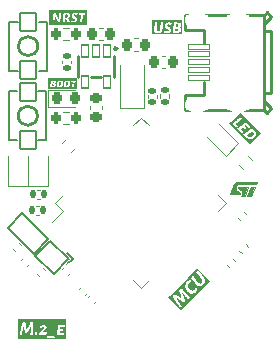
<source format=gbr>
G04 #@! TF.GenerationSoftware,KiCad,Pcbnew,(6.0.1)*
G04 #@! TF.CreationDate,2022-02-18T21:00:09+08:00*
G04 #@! TF.ProjectId,STM32_FOC_Board,53544d33-325f-4464-9f43-5f426f617264,rev?*
G04 #@! TF.SameCoordinates,Original*
G04 #@! TF.FileFunction,Legend,Top*
G04 #@! TF.FilePolarity,Positive*
%FSLAX46Y46*%
G04 Gerber Fmt 4.6, Leading zero omitted, Abs format (unit mm)*
G04 Created by KiCad (PCBNEW (6.0.1)) date 2022-02-18 21:00:09*
%MOMM*%
%LPD*%
G01*
G04 APERTURE LIST*
G04 Aperture macros list*
%AMRoundRect*
0 Rectangle with rounded corners*
0 $1 Rounding radius*
0 $2 $3 $4 $5 $6 $7 $8 $9 X,Y pos of 4 corners*
0 Add a 4 corners polygon primitive as box body*
4,1,4,$2,$3,$4,$5,$6,$7,$8,$9,$2,$3,0*
0 Add four circle primitives for the rounded corners*
1,1,$1+$1,$2,$3*
1,1,$1+$1,$4,$5*
1,1,$1+$1,$6,$7*
1,1,$1+$1,$8,$9*
0 Add four rect primitives between the rounded corners*
20,1,$1+$1,$2,$3,$4,$5,0*
20,1,$1+$1,$4,$5,$6,$7,0*
20,1,$1+$1,$6,$7,$8,$9,0*
20,1,$1+$1,$8,$9,$2,$3,0*%
G04 Aperture macros list end*
%ADD10C,0.010583*%
%ADD11C,0.120000*%
%ADD12C,0.152400*%
%ADD13C,0.254000*%
%ADD14C,0.100000*%
%ADD15R,1.400000X1.300000*%
%ADD16RoundRect,0.140000X-0.219203X-0.021213X-0.021213X-0.219203X0.219203X0.021213X0.021213X0.219203X0*%
%ADD17RoundRect,0.075000X-0.441942X-0.548008X0.548008X0.441942X0.441942X0.548008X-0.548008X-0.441942X0*%
%ADD18RoundRect,0.075000X0.441942X-0.548008X0.548008X-0.441942X-0.441942X0.548008X-0.548008X0.441942X0*%
%ADD19RoundRect,0.140000X0.021213X-0.219203X0.219203X-0.021213X-0.021213X0.219203X-0.219203X0.021213X0*%
%ADD20RoundRect,0.050800X-0.786692X-0.132901X-0.132901X-0.786692X0.786692X0.132901X0.132901X0.786692X0*%
%ADD21RoundRect,0.140000X0.170000X-0.140000X0.170000X0.140000X-0.170000X0.140000X-0.170000X-0.140000X0*%
%ADD22R,0.450000X0.600000*%
%ADD23RoundRect,0.135000X0.185000X-0.135000X0.185000X0.135000X-0.185000X0.135000X-0.185000X-0.135000X0*%
%ADD24RoundRect,0.050800X-0.679450X0.764550X-0.679450X-0.764550X0.679450X-0.764550X0.679450X0.764550X0*%
%ADD25RoundRect,0.050800X0.679450X-0.764550X0.679450X0.764550X-0.679450X0.764550X-0.679450X-0.764550X0*%
%ADD26RoundRect,0.135000X-0.226274X-0.035355X-0.035355X-0.226274X0.226274X0.035355X0.035355X0.226274X0*%
%ADD27RoundRect,0.140000X0.140000X0.170000X-0.140000X0.170000X-0.140000X-0.170000X0.140000X-0.170000X0*%
%ADD28RoundRect,0.218750X0.335876X0.026517X0.026517X0.335876X-0.335876X-0.026517X-0.026517X-0.335876X0*%
%ADD29RoundRect,0.050800X0.299700X-0.500400X0.299700X0.500400X-0.299700X0.500400X-0.299700X-0.500400X0*%
%ADD30RoundRect,0.200000X0.053033X-0.335876X0.335876X-0.053033X-0.053033X0.335876X-0.335876X0.053033X0*%
%ADD31RoundRect,0.218750X0.218750X0.256250X-0.218750X0.256250X-0.218750X-0.256250X0.218750X-0.256250X0*%
%ADD32RoundRect,0.200000X0.200000X0.275000X-0.200000X0.275000X-0.200000X-0.275000X0.200000X-0.275000X0*%
%ADD33RoundRect,0.140000X-0.021213X0.219203X-0.219203X0.021213X0.021213X-0.219203X0.219203X-0.021213X0*%
%ADD34RoundRect,0.200000X-0.335876X-0.053033X-0.053033X-0.335876X0.335876X0.053033X0.053033X0.335876X0*%
%ADD35RoundRect,0.225000X-0.250000X0.225000X-0.250000X-0.225000X0.250000X-0.225000X0.250000X0.225000X0*%
%ADD36RoundRect,0.200000X-0.200000X-0.275000X0.200000X-0.275000X0.200000X0.275000X-0.200000X0.275000X0*%
%ADD37RoundRect,0.225000X0.225000X0.250000X-0.225000X0.250000X-0.225000X-0.250000X0.225000X-0.250000X0*%
%ADD38RoundRect,0.050000X0.469660X-0.045821X-0.045821X0.469660X-0.469660X0.045821X0.045821X-0.469660X0*%
%ADD39RoundRect,0.218750X-0.218750X-0.256250X0.218750X-0.256250X0.218750X0.256250X-0.218750X0.256250X0*%
%ADD40RoundRect,0.225000X-0.225000X-0.250000X0.225000X-0.250000X0.225000X0.250000X-0.225000X0.250000X0*%
%ADD41RoundRect,0.050800X-0.900450X-0.214650X0.900450X-0.214650X0.900450X0.214650X-0.900450X0.214650X0*%
%ADD42O,2.100600X1.102400*%
%ADD43C,0.701000*%
G04 APERTURE END LIST*
D10*
X149664314Y-96927988D02*
X149664288Y-96927133D01*
X149664288Y-96927133D02*
X149664220Y-96926283D01*
X149664220Y-96926283D02*
X149664110Y-96925442D01*
X149664110Y-96925442D02*
X149663959Y-96924609D01*
X149663959Y-96924609D02*
X149663768Y-96923786D01*
X149663768Y-96923786D02*
X149663538Y-96922975D01*
X149663538Y-96922975D02*
X149663269Y-96922178D01*
X149663269Y-96922178D02*
X149662961Y-96921394D01*
X149662961Y-96921394D02*
X149662615Y-96920627D01*
X149662615Y-96920627D02*
X149662232Y-96919877D01*
X149662232Y-96919877D02*
X149661813Y-96919146D01*
X149661813Y-96919146D02*
X149661357Y-96918435D01*
X149661357Y-96918435D02*
X149660866Y-96917745D01*
X149660866Y-96917745D02*
X149660341Y-96917079D01*
X149660341Y-96917079D02*
X149659781Y-96916437D01*
X149659781Y-96916437D02*
X149659187Y-96915821D01*
X149659187Y-96915821D02*
X149658564Y-96915235D01*
X149658564Y-96915235D02*
X149657915Y-96914682D01*
X149657915Y-96914682D02*
X149657242Y-96914165D01*
X149657242Y-96914165D02*
X149656546Y-96913682D01*
X149656546Y-96913682D02*
X149655830Y-96913236D01*
X149655830Y-96913236D02*
X149655094Y-96912825D01*
X149655094Y-96912825D02*
X149654339Y-96912452D01*
X149654339Y-96912452D02*
X149653568Y-96912115D01*
X149653568Y-96912115D02*
X149652781Y-96911817D01*
X149652781Y-96911817D02*
X149651980Y-96911558D01*
X149651980Y-96911558D02*
X149651166Y-96911337D01*
X149651166Y-96911337D02*
X149650341Y-96911157D01*
X149650341Y-96911157D02*
X149649506Y-96911016D01*
X149649506Y-96911016D02*
X149648663Y-96910917D01*
X149648663Y-96910917D02*
X149647813Y-96910859D01*
X149647813Y-96910859D02*
X149646958Y-96910843D01*
X149646958Y-96910843D02*
X148848551Y-96910843D01*
X148848551Y-96910843D02*
X148844511Y-96910996D01*
X148844511Y-96910996D02*
X148840517Y-96911447D01*
X148840517Y-96911447D02*
X148836584Y-96912186D01*
X148836584Y-96912186D02*
X148832725Y-96913199D01*
X148832725Y-96913199D02*
X148828955Y-96914476D01*
X148828955Y-96914476D02*
X148825288Y-96916005D01*
X148825288Y-96916005D02*
X148821739Y-96917775D01*
X148821739Y-96917775D02*
X148818322Y-96919773D01*
X148818322Y-96919773D02*
X148815052Y-96921987D01*
X148815052Y-96921987D02*
X148811942Y-96924408D01*
X148811942Y-96924408D02*
X148809007Y-96927022D01*
X148809007Y-96927022D02*
X148806262Y-96929818D01*
X148806262Y-96929818D02*
X148803720Y-96932785D01*
X148803720Y-96932785D02*
X148801396Y-96935911D01*
X148801396Y-96935911D02*
X148799305Y-96939184D01*
X148799305Y-96939184D02*
X148797460Y-96942593D01*
X148797460Y-96942593D02*
X148795877Y-96946126D01*
X148795877Y-96946126D02*
X148794568Y-96949771D01*
X148794568Y-96949771D02*
X148793550Y-96953517D01*
X148793550Y-96953517D02*
X148792836Y-96957352D01*
X148792836Y-96957352D02*
X148792440Y-96961264D01*
X148792440Y-96961264D02*
X148792377Y-96965243D01*
X148792377Y-96965243D02*
X148792661Y-96969275D01*
X148792661Y-96969275D02*
X148793306Y-96973351D01*
X148793306Y-96973351D02*
X148794327Y-96977457D01*
X148794327Y-96977457D02*
X148795739Y-96981583D01*
X148795739Y-96981583D02*
X148797555Y-96985716D01*
X148797555Y-96985716D02*
X148799789Y-96989846D01*
X148799789Y-96989846D02*
X148802457Y-96993960D01*
X148802457Y-96993960D02*
X148805572Y-96998047D01*
X148805572Y-96998047D02*
X148809150Y-97002095D01*
X148809150Y-97002095D02*
X148813203Y-97006093D01*
X148813203Y-97006093D02*
X149076939Y-97251732D01*
X149076939Y-97251732D02*
X149081483Y-97256236D01*
X149081483Y-97256236D02*
X149086644Y-97261744D01*
X149086644Y-97261744D02*
X149093268Y-97269312D01*
X149093268Y-97269312D02*
X149101009Y-97278859D01*
X149101009Y-97278859D02*
X149109522Y-97290303D01*
X149109522Y-97290303D02*
X149118459Y-97303561D01*
X149118459Y-97303561D02*
X149122979Y-97310845D01*
X149122979Y-97310845D02*
X149127475Y-97318552D01*
X149127475Y-97318552D02*
X149131904Y-97326672D01*
X149131904Y-97326672D02*
X149136223Y-97335195D01*
X149136223Y-97335195D02*
X149140388Y-97344109D01*
X149140388Y-97344109D02*
X149144357Y-97353405D01*
X149144357Y-97353405D02*
X149148085Y-97363073D01*
X149148085Y-97363073D02*
X149151530Y-97373103D01*
X149151530Y-97373103D02*
X149154648Y-97383484D01*
X149154648Y-97383484D02*
X149157396Y-97394205D01*
X149157396Y-97394205D02*
X149159731Y-97405257D01*
X149159731Y-97405257D02*
X149161609Y-97416630D01*
X149161609Y-97416630D02*
X149162987Y-97428313D01*
X149162987Y-97428313D02*
X149163822Y-97440296D01*
X149163822Y-97440296D02*
X149164071Y-97452568D01*
X149164071Y-97452568D02*
X149163690Y-97465120D01*
X149163690Y-97465120D02*
X149162636Y-97477941D01*
X149162636Y-97477941D02*
X149160865Y-97491021D01*
X149160865Y-97491021D02*
X149158832Y-97502508D01*
X149158832Y-97502508D02*
X149156434Y-97513714D01*
X149156434Y-97513714D02*
X149150609Y-97535277D01*
X149150609Y-97535277D02*
X149143519Y-97555710D01*
X149143519Y-97555710D02*
X149135292Y-97575013D01*
X149135292Y-97575013D02*
X149126057Y-97593185D01*
X149126057Y-97593185D02*
X149115943Y-97610225D01*
X149115943Y-97610225D02*
X149105080Y-97626133D01*
X149105080Y-97626133D02*
X149093595Y-97640908D01*
X149093595Y-97640908D02*
X149081618Y-97654549D01*
X149081618Y-97654549D02*
X149069277Y-97667056D01*
X149069277Y-97667056D02*
X149056702Y-97678428D01*
X149056702Y-97678428D02*
X149044020Y-97688665D01*
X149044020Y-97688665D02*
X149031362Y-97697766D01*
X149031362Y-97697766D02*
X149018855Y-97705730D01*
X149018855Y-97705730D02*
X149006629Y-97712556D01*
X149006629Y-97712556D02*
X148994813Y-97718245D01*
X148994813Y-97718245D02*
X148994633Y-97718322D01*
X148994633Y-97718322D02*
X148994459Y-97718406D01*
X148994459Y-97718406D02*
X148994290Y-97718497D01*
X148994290Y-97718497D02*
X148994127Y-97718596D01*
X148994127Y-97718596D02*
X148993969Y-97718700D01*
X148993969Y-97718700D02*
X148993817Y-97718812D01*
X148993817Y-97718812D02*
X148993670Y-97718929D01*
X148993670Y-97718929D02*
X148993530Y-97719052D01*
X148993530Y-97719052D02*
X148993395Y-97719181D01*
X148993395Y-97719181D02*
X148993267Y-97719315D01*
X148993267Y-97719315D02*
X148993145Y-97719454D01*
X148993145Y-97719454D02*
X148993030Y-97719599D01*
X148993030Y-97719599D02*
X148992921Y-97719748D01*
X148992921Y-97719748D02*
X148992818Y-97719901D01*
X148992818Y-97719901D02*
X148992723Y-97720059D01*
X148992723Y-97720059D02*
X148992635Y-97720220D01*
X148992635Y-97720220D02*
X148992553Y-97720385D01*
X148992553Y-97720385D02*
X148992479Y-97720554D01*
X148992479Y-97720554D02*
X148992412Y-97720726D01*
X148992412Y-97720726D02*
X148992353Y-97720900D01*
X148992353Y-97720900D02*
X148992301Y-97721078D01*
X148992301Y-97721078D02*
X148992257Y-97721258D01*
X148992257Y-97721258D02*
X148992220Y-97721440D01*
X148992220Y-97721440D02*
X148992192Y-97721624D01*
X148992192Y-97721624D02*
X148992172Y-97721810D01*
X148992172Y-97721810D02*
X148992160Y-97721997D01*
X148992160Y-97721997D02*
X148992156Y-97722185D01*
X148992156Y-97722185D02*
X148992161Y-97722375D01*
X148992161Y-97722375D02*
X148992175Y-97722565D01*
X148992175Y-97722565D02*
X148992197Y-97722756D01*
X148992197Y-97722756D02*
X148992228Y-97722946D01*
X148992228Y-97722946D02*
X148992268Y-97723137D01*
X148992268Y-97723137D02*
X148992317Y-97723326D01*
X148992317Y-97723326D02*
X148992373Y-97723511D01*
X148992373Y-97723511D02*
X148992438Y-97723692D01*
X148992438Y-97723692D02*
X148992510Y-97723868D01*
X148992510Y-97723868D02*
X148992590Y-97724040D01*
X148992590Y-97724040D02*
X148992677Y-97724208D01*
X148992677Y-97724208D02*
X148992770Y-97724370D01*
X148992770Y-97724370D02*
X148992871Y-97724528D01*
X148992871Y-97724528D02*
X148992978Y-97724680D01*
X148992978Y-97724680D02*
X148993091Y-97724827D01*
X148993091Y-97724827D02*
X148993210Y-97724969D01*
X148993210Y-97724969D02*
X148993336Y-97725105D01*
X148993336Y-97725105D02*
X148993466Y-97725235D01*
X148993466Y-97725235D02*
X148993602Y-97725360D01*
X148993602Y-97725360D02*
X148993744Y-97725478D01*
X148993744Y-97725478D02*
X148993890Y-97725590D01*
X148993890Y-97725590D02*
X148994041Y-97725695D01*
X148994041Y-97725695D02*
X148994196Y-97725794D01*
X148994196Y-97725794D02*
X148994356Y-97725886D01*
X148994356Y-97725886D02*
X148994519Y-97725972D01*
X148994519Y-97725972D02*
X148994687Y-97726050D01*
X148994687Y-97726050D02*
X148994858Y-97726121D01*
X148994858Y-97726121D02*
X148995033Y-97726184D01*
X148995033Y-97726184D02*
X148995210Y-97726240D01*
X148995210Y-97726240D02*
X148995391Y-97726288D01*
X148995391Y-97726288D02*
X148995574Y-97726328D01*
X148995574Y-97726328D02*
X148995760Y-97726360D01*
X148995760Y-97726360D02*
X148995948Y-97726384D01*
X148995948Y-97726384D02*
X148996138Y-97726400D01*
X148996138Y-97726400D02*
X148996330Y-97726407D01*
X148996330Y-97726407D02*
X148996523Y-97726405D01*
X148996523Y-97726405D02*
X148996718Y-97726394D01*
X148996718Y-97726394D02*
X149304164Y-97726394D01*
X149304164Y-97726394D02*
X149307602Y-97726300D01*
X149307602Y-97726300D02*
X149310989Y-97725951D01*
X149310989Y-97725951D02*
X149314312Y-97725355D01*
X149314312Y-97725355D02*
X149317561Y-97724519D01*
X149317561Y-97724519D02*
X149320722Y-97723451D01*
X149320722Y-97723451D02*
X149323786Y-97722159D01*
X149323786Y-97722159D02*
X149326741Y-97720650D01*
X149326741Y-97720650D02*
X149329574Y-97718931D01*
X149329574Y-97718931D02*
X149332274Y-97717011D01*
X149332274Y-97717011D02*
X149334831Y-97714897D01*
X149334831Y-97714897D02*
X149337232Y-97712596D01*
X149337232Y-97712596D02*
X149339465Y-97710117D01*
X149339465Y-97710117D02*
X149341520Y-97707466D01*
X149341520Y-97707466D02*
X149343385Y-97704651D01*
X149343385Y-97704651D02*
X149345047Y-97701680D01*
X149345047Y-97701680D02*
X149346497Y-97698560D01*
X149346497Y-97698560D02*
X149662939Y-96934020D01*
X149662939Y-96934020D02*
X149663107Y-96933667D01*
X149663107Y-96933667D02*
X149663265Y-96933309D01*
X149663265Y-96933309D02*
X149663413Y-96932947D01*
X149663413Y-96932947D02*
X149663549Y-96932581D01*
X149663549Y-96932581D02*
X149663674Y-96932212D01*
X149663674Y-96932212D02*
X149663789Y-96931840D01*
X149663789Y-96931840D02*
X149663892Y-96931464D01*
X149663892Y-96931464D02*
X149663984Y-96931086D01*
X149663984Y-96931086D02*
X149664065Y-96930705D01*
X149664065Y-96930705D02*
X149664135Y-96930321D01*
X149664135Y-96930321D02*
X149664193Y-96929936D01*
X149664193Y-96929936D02*
X149664240Y-96929549D01*
X149664240Y-96929549D02*
X149664276Y-96929161D01*
X149664276Y-96929161D02*
X149664300Y-96928771D01*
X149664300Y-96928771D02*
X149664313Y-96928380D01*
X149664313Y-96928380D02*
X149664314Y-96927988D01*
X149664314Y-96927988D02*
X149664314Y-96927988D01*
G36*
X149647813Y-96910859D02*
G01*
X149648663Y-96910917D01*
X149649506Y-96911016D01*
X149650341Y-96911157D01*
X149651166Y-96911337D01*
X149651980Y-96911558D01*
X149652781Y-96911817D01*
X149653568Y-96912115D01*
X149654339Y-96912452D01*
X149655094Y-96912825D01*
X149655830Y-96913236D01*
X149656546Y-96913682D01*
X149657242Y-96914165D01*
X149657915Y-96914682D01*
X149658564Y-96915235D01*
X149659187Y-96915821D01*
X149659781Y-96916437D01*
X149660341Y-96917079D01*
X149660866Y-96917745D01*
X149661357Y-96918435D01*
X149661813Y-96919146D01*
X149662232Y-96919877D01*
X149662615Y-96920627D01*
X149662961Y-96921394D01*
X149663269Y-96922178D01*
X149663538Y-96922975D01*
X149663768Y-96923786D01*
X149663959Y-96924609D01*
X149664110Y-96925442D01*
X149664220Y-96926283D01*
X149664288Y-96927133D01*
X149664314Y-96927988D01*
X149664313Y-96928380D01*
X149664300Y-96928771D01*
X149664276Y-96929161D01*
X149664240Y-96929549D01*
X149664193Y-96929936D01*
X149664135Y-96930321D01*
X149664065Y-96930705D01*
X149663984Y-96931086D01*
X149663892Y-96931464D01*
X149663789Y-96931840D01*
X149663674Y-96932212D01*
X149663549Y-96932581D01*
X149663413Y-96932947D01*
X149663265Y-96933309D01*
X149663107Y-96933667D01*
X149662939Y-96934020D01*
X149346497Y-97698560D01*
X149345047Y-97701680D01*
X149343385Y-97704651D01*
X149341520Y-97707466D01*
X149339465Y-97710117D01*
X149337232Y-97712596D01*
X149334831Y-97714897D01*
X149332274Y-97717011D01*
X149329574Y-97718931D01*
X149326741Y-97720650D01*
X149323786Y-97722159D01*
X149320722Y-97723451D01*
X149317561Y-97724519D01*
X149314312Y-97725355D01*
X149310989Y-97725951D01*
X149307602Y-97726300D01*
X149304164Y-97726394D01*
X148996718Y-97726394D01*
X148996523Y-97726405D01*
X148996330Y-97726407D01*
X148996138Y-97726400D01*
X148995948Y-97726384D01*
X148995760Y-97726360D01*
X148995574Y-97726328D01*
X148995391Y-97726288D01*
X148995210Y-97726240D01*
X148995033Y-97726184D01*
X148994858Y-97726121D01*
X148994687Y-97726050D01*
X148994519Y-97725972D01*
X148994356Y-97725886D01*
X148994196Y-97725794D01*
X148994041Y-97725695D01*
X148993890Y-97725590D01*
X148993744Y-97725478D01*
X148993602Y-97725360D01*
X148993466Y-97725235D01*
X148993336Y-97725105D01*
X148993210Y-97724969D01*
X148993091Y-97724827D01*
X148992978Y-97724680D01*
X148992871Y-97724528D01*
X148992770Y-97724370D01*
X148992677Y-97724208D01*
X148992590Y-97724040D01*
X148992510Y-97723868D01*
X148992438Y-97723692D01*
X148992373Y-97723511D01*
X148992317Y-97723326D01*
X148992268Y-97723137D01*
X148992228Y-97722946D01*
X148992197Y-97722756D01*
X148992175Y-97722565D01*
X148992161Y-97722375D01*
X148992156Y-97722185D01*
X148992160Y-97721997D01*
X148992172Y-97721810D01*
X148992192Y-97721624D01*
X148992220Y-97721440D01*
X148992257Y-97721258D01*
X148992301Y-97721078D01*
X148992353Y-97720900D01*
X148992412Y-97720726D01*
X148992479Y-97720554D01*
X148992553Y-97720385D01*
X148992635Y-97720220D01*
X148992723Y-97720059D01*
X148992818Y-97719901D01*
X148992921Y-97719748D01*
X148993030Y-97719599D01*
X148993145Y-97719454D01*
X148993267Y-97719315D01*
X148993395Y-97719181D01*
X148993530Y-97719052D01*
X148993670Y-97718929D01*
X148993817Y-97718812D01*
X148993969Y-97718700D01*
X148994127Y-97718596D01*
X148994290Y-97718497D01*
X148994459Y-97718406D01*
X148994633Y-97718322D01*
X148994813Y-97718245D01*
X149006629Y-97712556D01*
X149018855Y-97705730D01*
X149031362Y-97697766D01*
X149044020Y-97688665D01*
X149056702Y-97678428D01*
X149069277Y-97667056D01*
X149081618Y-97654549D01*
X149093595Y-97640908D01*
X149105080Y-97626133D01*
X149115943Y-97610225D01*
X149126057Y-97593185D01*
X149135292Y-97575013D01*
X149143519Y-97555710D01*
X149150609Y-97535277D01*
X149156434Y-97513714D01*
X149158832Y-97502508D01*
X149160865Y-97491021D01*
X149162636Y-97477941D01*
X149163690Y-97465120D01*
X149164071Y-97452568D01*
X149163822Y-97440296D01*
X149162987Y-97428313D01*
X149161609Y-97416630D01*
X149159731Y-97405257D01*
X149157396Y-97394205D01*
X149154648Y-97383484D01*
X149151530Y-97373103D01*
X149148085Y-97363073D01*
X149144357Y-97353405D01*
X149140388Y-97344109D01*
X149136223Y-97335195D01*
X149131904Y-97326672D01*
X149127475Y-97318552D01*
X149122979Y-97310845D01*
X149118459Y-97303561D01*
X149109522Y-97290303D01*
X149101009Y-97278859D01*
X149093268Y-97269312D01*
X149086644Y-97261744D01*
X149081483Y-97256236D01*
X149076939Y-97251732D01*
X148813203Y-97006093D01*
X148809150Y-97002095D01*
X148805572Y-96998047D01*
X148802457Y-96993960D01*
X148799789Y-96989846D01*
X148797555Y-96985716D01*
X148795739Y-96981583D01*
X148794327Y-96977457D01*
X148793306Y-96973351D01*
X148792661Y-96969275D01*
X148792377Y-96965243D01*
X148792440Y-96961264D01*
X148792836Y-96957352D01*
X148793550Y-96953517D01*
X148794568Y-96949771D01*
X148795877Y-96946126D01*
X148797460Y-96942593D01*
X148799305Y-96939184D01*
X148801396Y-96935911D01*
X148803720Y-96932785D01*
X148806262Y-96929818D01*
X148809007Y-96927022D01*
X148811942Y-96924408D01*
X148815052Y-96921987D01*
X148818322Y-96919773D01*
X148821739Y-96917775D01*
X148825288Y-96916005D01*
X148828955Y-96914476D01*
X148832725Y-96913199D01*
X148836584Y-96912186D01*
X148840517Y-96911447D01*
X148844511Y-96910996D01*
X148848551Y-96910843D01*
X149646958Y-96910843D01*
X149647813Y-96910859D01*
G37*
X149647813Y-96910859D02*
X149648663Y-96910917D01*
X149649506Y-96911016D01*
X149650341Y-96911157D01*
X149651166Y-96911337D01*
X149651980Y-96911558D01*
X149652781Y-96911817D01*
X149653568Y-96912115D01*
X149654339Y-96912452D01*
X149655094Y-96912825D01*
X149655830Y-96913236D01*
X149656546Y-96913682D01*
X149657242Y-96914165D01*
X149657915Y-96914682D01*
X149658564Y-96915235D01*
X149659187Y-96915821D01*
X149659781Y-96916437D01*
X149660341Y-96917079D01*
X149660866Y-96917745D01*
X149661357Y-96918435D01*
X149661813Y-96919146D01*
X149662232Y-96919877D01*
X149662615Y-96920627D01*
X149662961Y-96921394D01*
X149663269Y-96922178D01*
X149663538Y-96922975D01*
X149663768Y-96923786D01*
X149663959Y-96924609D01*
X149664110Y-96925442D01*
X149664220Y-96926283D01*
X149664288Y-96927133D01*
X149664314Y-96927988D01*
X149664313Y-96928380D01*
X149664300Y-96928771D01*
X149664276Y-96929161D01*
X149664240Y-96929549D01*
X149664193Y-96929936D01*
X149664135Y-96930321D01*
X149664065Y-96930705D01*
X149663984Y-96931086D01*
X149663892Y-96931464D01*
X149663789Y-96931840D01*
X149663674Y-96932212D01*
X149663549Y-96932581D01*
X149663413Y-96932947D01*
X149663265Y-96933309D01*
X149663107Y-96933667D01*
X149662939Y-96934020D01*
X149346497Y-97698560D01*
X149345047Y-97701680D01*
X149343385Y-97704651D01*
X149341520Y-97707466D01*
X149339465Y-97710117D01*
X149337232Y-97712596D01*
X149334831Y-97714897D01*
X149332274Y-97717011D01*
X149329574Y-97718931D01*
X149326741Y-97720650D01*
X149323786Y-97722159D01*
X149320722Y-97723451D01*
X149317561Y-97724519D01*
X149314312Y-97725355D01*
X149310989Y-97725951D01*
X149307602Y-97726300D01*
X149304164Y-97726394D01*
X148996718Y-97726394D01*
X148996523Y-97726405D01*
X148996330Y-97726407D01*
X148996138Y-97726400D01*
X148995948Y-97726384D01*
X148995760Y-97726360D01*
X148995574Y-97726328D01*
X148995391Y-97726288D01*
X148995210Y-97726240D01*
X148995033Y-97726184D01*
X148994858Y-97726121D01*
X148994687Y-97726050D01*
X148994519Y-97725972D01*
X148994356Y-97725886D01*
X148994196Y-97725794D01*
X148994041Y-97725695D01*
X148993890Y-97725590D01*
X148993744Y-97725478D01*
X148993602Y-97725360D01*
X148993466Y-97725235D01*
X148993336Y-97725105D01*
X148993210Y-97724969D01*
X148993091Y-97724827D01*
X148992978Y-97724680D01*
X148992871Y-97724528D01*
X148992770Y-97724370D01*
X148992677Y-97724208D01*
X148992590Y-97724040D01*
X148992510Y-97723868D01*
X148992438Y-97723692D01*
X148992373Y-97723511D01*
X148992317Y-97723326D01*
X148992268Y-97723137D01*
X148992228Y-97722946D01*
X148992197Y-97722756D01*
X148992175Y-97722565D01*
X148992161Y-97722375D01*
X148992156Y-97722185D01*
X148992160Y-97721997D01*
X148992172Y-97721810D01*
X148992192Y-97721624D01*
X148992220Y-97721440D01*
X148992257Y-97721258D01*
X148992301Y-97721078D01*
X148992353Y-97720900D01*
X148992412Y-97720726D01*
X148992479Y-97720554D01*
X148992553Y-97720385D01*
X148992635Y-97720220D01*
X148992723Y-97720059D01*
X148992818Y-97719901D01*
X148992921Y-97719748D01*
X148993030Y-97719599D01*
X148993145Y-97719454D01*
X148993267Y-97719315D01*
X148993395Y-97719181D01*
X148993530Y-97719052D01*
X148993670Y-97718929D01*
X148993817Y-97718812D01*
X148993969Y-97718700D01*
X148994127Y-97718596D01*
X148994290Y-97718497D01*
X148994459Y-97718406D01*
X148994633Y-97718322D01*
X148994813Y-97718245D01*
X149006629Y-97712556D01*
X149018855Y-97705730D01*
X149031362Y-97697766D01*
X149044020Y-97688665D01*
X149056702Y-97678428D01*
X149069277Y-97667056D01*
X149081618Y-97654549D01*
X149093595Y-97640908D01*
X149105080Y-97626133D01*
X149115943Y-97610225D01*
X149126057Y-97593185D01*
X149135292Y-97575013D01*
X149143519Y-97555710D01*
X149150609Y-97535277D01*
X149156434Y-97513714D01*
X149158832Y-97502508D01*
X149160865Y-97491021D01*
X149162636Y-97477941D01*
X149163690Y-97465120D01*
X149164071Y-97452568D01*
X149163822Y-97440296D01*
X149162987Y-97428313D01*
X149161609Y-97416630D01*
X149159731Y-97405257D01*
X149157396Y-97394205D01*
X149154648Y-97383484D01*
X149151530Y-97373103D01*
X149148085Y-97363073D01*
X149144357Y-97353405D01*
X149140388Y-97344109D01*
X149136223Y-97335195D01*
X149131904Y-97326672D01*
X149127475Y-97318552D01*
X149122979Y-97310845D01*
X149118459Y-97303561D01*
X149109522Y-97290303D01*
X149101009Y-97278859D01*
X149093268Y-97269312D01*
X149086644Y-97261744D01*
X149081483Y-97256236D01*
X149076939Y-97251732D01*
X148813203Y-97006093D01*
X148809150Y-97002095D01*
X148805572Y-96998047D01*
X148802457Y-96993960D01*
X148799789Y-96989846D01*
X148797555Y-96985716D01*
X148795739Y-96981583D01*
X148794327Y-96977457D01*
X148793306Y-96973351D01*
X148792661Y-96969275D01*
X148792377Y-96965243D01*
X148792440Y-96961264D01*
X148792836Y-96957352D01*
X148793550Y-96953517D01*
X148794568Y-96949771D01*
X148795877Y-96946126D01*
X148797460Y-96942593D01*
X148799305Y-96939184D01*
X148801396Y-96935911D01*
X148803720Y-96932785D01*
X148806262Y-96929818D01*
X148809007Y-96927022D01*
X148811942Y-96924408D01*
X148815052Y-96921987D01*
X148818322Y-96919773D01*
X148821739Y-96917775D01*
X148825288Y-96916005D01*
X148828955Y-96914476D01*
X148832725Y-96913199D01*
X148836584Y-96912186D01*
X148840517Y-96911447D01*
X148844511Y-96910996D01*
X148848551Y-96910843D01*
X149646958Y-96910843D01*
X149647813Y-96910859D01*
X150383134Y-96509417D02*
X148724409Y-96509417D01*
X148724409Y-96509417D02*
X148701754Y-96510228D01*
X148701754Y-96510228D02*
X148679440Y-96512675D01*
X148679440Y-96512675D02*
X148657538Y-96516711D01*
X148657538Y-96516711D02*
X148636121Y-96522287D01*
X148636121Y-96522287D02*
X148615262Y-96529357D01*
X148615262Y-96529357D02*
X148595034Y-96537873D01*
X148595034Y-96537873D02*
X148575509Y-96547789D01*
X148575509Y-96547789D02*
X148556759Y-96559057D01*
X148556759Y-96559057D02*
X148538859Y-96571629D01*
X148538859Y-96571629D02*
X148521879Y-96585458D01*
X148521879Y-96585458D02*
X148505894Y-96600498D01*
X148505894Y-96600498D02*
X148490975Y-96616700D01*
X148490975Y-96616700D02*
X148477196Y-96634018D01*
X148477196Y-96634018D02*
X148464629Y-96652404D01*
X148464629Y-96652404D02*
X148453346Y-96671811D01*
X148453346Y-96671811D02*
X148443421Y-96692191D01*
X148443421Y-96692191D02*
X148115973Y-97480967D01*
X148115973Y-97480967D02*
X148115584Y-97481974D01*
X148115584Y-97481974D02*
X148115262Y-97482996D01*
X148115262Y-97482996D02*
X148115006Y-97484030D01*
X148115006Y-97484030D02*
X148114815Y-97485073D01*
X148114815Y-97485073D02*
X148114690Y-97486122D01*
X148114690Y-97486122D02*
X148114629Y-97487174D01*
X148114629Y-97487174D02*
X148114633Y-97488226D01*
X148114633Y-97488226D02*
X148114701Y-97489275D01*
X148114701Y-97489275D02*
X148114834Y-97490318D01*
X148114834Y-97490318D02*
X148115030Y-97491352D01*
X148115030Y-97491352D02*
X148115290Y-97492373D01*
X148115290Y-97492373D02*
X148115613Y-97493379D01*
X148115613Y-97493379D02*
X148115999Y-97494367D01*
X148115999Y-97494367D02*
X148116448Y-97495333D01*
X148116448Y-97495333D02*
X148116959Y-97496275D01*
X148116959Y-97496275D02*
X148117532Y-97497190D01*
X148117532Y-97497190D02*
X148118161Y-97498066D01*
X148118161Y-97498066D02*
X148118839Y-97498896D01*
X148118839Y-97498896D02*
X148119563Y-97499677D01*
X148119563Y-97499677D02*
X148120331Y-97500409D01*
X148120331Y-97500409D02*
X148121140Y-97501089D01*
X148121140Y-97501089D02*
X148121986Y-97501717D01*
X148121986Y-97501717D02*
X148122868Y-97502290D01*
X148122868Y-97502290D02*
X148123783Y-97502808D01*
X148123783Y-97502808D02*
X148124728Y-97503268D01*
X148124728Y-97503268D02*
X148125700Y-97503671D01*
X148125700Y-97503671D02*
X148126696Y-97504014D01*
X148126696Y-97504014D02*
X148127715Y-97504295D01*
X148127715Y-97504295D02*
X148128753Y-97504514D01*
X148128753Y-97504514D02*
X148129807Y-97504668D01*
X148129807Y-97504668D02*
X148130875Y-97504757D01*
X148130875Y-97504757D02*
X148131954Y-97504779D01*
X148131954Y-97504779D02*
X148880936Y-97504779D01*
X148880936Y-97504779D02*
X148885810Y-97504631D01*
X148885810Y-97504631D02*
X148890505Y-97504194D01*
X148890505Y-97504194D02*
X148895014Y-97503480D01*
X148895014Y-97503480D02*
X148899331Y-97502498D01*
X148899331Y-97502498D02*
X148903450Y-97501262D01*
X148903450Y-97501262D02*
X148907364Y-97499782D01*
X148907364Y-97499782D02*
X148911067Y-97498070D01*
X148911067Y-97498070D02*
X148914551Y-97496136D01*
X148914551Y-97496136D02*
X148917812Y-97493992D01*
X148917812Y-97493992D02*
X148920841Y-97491649D01*
X148920841Y-97491649D02*
X148923632Y-97489119D01*
X148923632Y-97489119D02*
X148926180Y-97486412D01*
X148926180Y-97486412D02*
X148928477Y-97483541D01*
X148928477Y-97483541D02*
X148930517Y-97480515D01*
X148930517Y-97480515D02*
X148932294Y-97477347D01*
X148932294Y-97477347D02*
X148933800Y-97474048D01*
X148933800Y-97474048D02*
X148935030Y-97470629D01*
X148935030Y-97470629D02*
X148935977Y-97467101D01*
X148935977Y-97467101D02*
X148936634Y-97463476D01*
X148936634Y-97463476D02*
X148936995Y-97459764D01*
X148936995Y-97459764D02*
X148937053Y-97455978D01*
X148937053Y-97455978D02*
X148936803Y-97452127D01*
X148936803Y-97452127D02*
X148936236Y-97448225D01*
X148936236Y-97448225D02*
X148935348Y-97444281D01*
X148935348Y-97444281D02*
X148934131Y-97440307D01*
X148934131Y-97440307D02*
X148932578Y-97436315D01*
X148932578Y-97436315D02*
X148930684Y-97432315D01*
X148930684Y-97432315D02*
X148928442Y-97428319D01*
X148928442Y-97428319D02*
X148925845Y-97424338D01*
X148925845Y-97424338D02*
X148922887Y-97420384D01*
X148922887Y-97420384D02*
X148919561Y-97416467D01*
X148919561Y-97416467D02*
X148915861Y-97412599D01*
X148915861Y-97412599D02*
X148640800Y-97155000D01*
X148640800Y-97155000D02*
X148627853Y-97141183D01*
X148627853Y-97141183D02*
X148616122Y-97126365D01*
X148616122Y-97126365D02*
X148605614Y-97110641D01*
X148605614Y-97110641D02*
X148596333Y-97094105D01*
X148596333Y-97094105D02*
X148588285Y-97076851D01*
X148588285Y-97076851D02*
X148581478Y-97058974D01*
X148581478Y-97058974D02*
X148575915Y-97040568D01*
X148575915Y-97040568D02*
X148571604Y-97021728D01*
X148571604Y-97021728D02*
X148568549Y-97002548D01*
X148568549Y-97002548D02*
X148566757Y-96983122D01*
X148566757Y-96983122D02*
X148566233Y-96963545D01*
X148566233Y-96963545D02*
X148566983Y-96943912D01*
X148566983Y-96943912D02*
X148569014Y-96924316D01*
X148569014Y-96924316D02*
X148572330Y-96904852D01*
X148572330Y-96904852D02*
X148576938Y-96885614D01*
X148576938Y-96885614D02*
X148582843Y-96866697D01*
X148582843Y-96866697D02*
X148590052Y-96848195D01*
X148590052Y-96848195D02*
X148598569Y-96830203D01*
X148598569Y-96830203D02*
X148608401Y-96812815D01*
X148608401Y-96812815D02*
X148619554Y-96796125D01*
X148619554Y-96796125D02*
X148632033Y-96780228D01*
X148632033Y-96780228D02*
X148645844Y-96765218D01*
X148645844Y-96765218D02*
X148660994Y-96751189D01*
X148660994Y-96751189D02*
X148677486Y-96738237D01*
X148677486Y-96738237D02*
X148695329Y-96726455D01*
X148695329Y-96726455D02*
X148714527Y-96715937D01*
X148714527Y-96715937D02*
X148735085Y-96706779D01*
X148735085Y-96706779D02*
X148757011Y-96699074D01*
X148757011Y-96699074D02*
X148780310Y-96692917D01*
X148780310Y-96692917D02*
X148804987Y-96688402D01*
X148804987Y-96688402D02*
X148831048Y-96685624D01*
X148831048Y-96685624D02*
X148858499Y-96684677D01*
X148858499Y-96684677D02*
X150324820Y-96684677D01*
X150324820Y-96684677D02*
X150326190Y-96684627D01*
X150326190Y-96684627D02*
X150327537Y-96684472D01*
X150327537Y-96684472D02*
X150328856Y-96684215D01*
X150328856Y-96684215D02*
X150330142Y-96683859D01*
X150330142Y-96683859D02*
X150331389Y-96683408D01*
X150331389Y-96683408D02*
X150332594Y-96682865D01*
X150332594Y-96682865D02*
X150333752Y-96682234D01*
X150333752Y-96682234D02*
X150334857Y-96681518D01*
X150334857Y-96681518D02*
X150335905Y-96680720D01*
X150335905Y-96680720D02*
X150336890Y-96679845D01*
X150336890Y-96679845D02*
X150337808Y-96678894D01*
X150337808Y-96678894D02*
X150338655Y-96677872D01*
X150338655Y-96677872D02*
X150339425Y-96676783D01*
X150339425Y-96676783D02*
X150340113Y-96675629D01*
X150340113Y-96675629D02*
X150340714Y-96674414D01*
X150340714Y-96674414D02*
X150341224Y-96673141D01*
X150341224Y-96673141D02*
X150399221Y-96532912D01*
X150399221Y-96532912D02*
X150399377Y-96532520D01*
X150399377Y-96532520D02*
X150399523Y-96532125D01*
X150399523Y-96532125D02*
X150399658Y-96531727D01*
X150399658Y-96531727D02*
X150399784Y-96531326D01*
X150399784Y-96531326D02*
X150399900Y-96530922D01*
X150399900Y-96530922D02*
X150400005Y-96530515D01*
X150400005Y-96530515D02*
X150400100Y-96530106D01*
X150400100Y-96530106D02*
X150400185Y-96529695D01*
X150400185Y-96529695D02*
X150400260Y-96529282D01*
X150400260Y-96529282D02*
X150400324Y-96528867D01*
X150400324Y-96528867D02*
X150400378Y-96528450D01*
X150400378Y-96528450D02*
X150400422Y-96528032D01*
X150400422Y-96528032D02*
X150400455Y-96527613D01*
X150400455Y-96527613D02*
X150400477Y-96527193D01*
X150400477Y-96527193D02*
X150400489Y-96526772D01*
X150400489Y-96526772D02*
X150400491Y-96526350D01*
X150400491Y-96526350D02*
X150400448Y-96525473D01*
X150400448Y-96525473D02*
X150400362Y-96524608D01*
X150400362Y-96524608D02*
X150400234Y-96523756D01*
X150400234Y-96523756D02*
X150400066Y-96522918D01*
X150400066Y-96522918D02*
X150399858Y-96522096D01*
X150399858Y-96522096D02*
X150399611Y-96521289D01*
X150399611Y-96521289D02*
X150399328Y-96520501D01*
X150399328Y-96520501D02*
X150399007Y-96519730D01*
X150399007Y-96519730D02*
X150398652Y-96518979D01*
X150398652Y-96518979D02*
X150398262Y-96518248D01*
X150398262Y-96518248D02*
X150397838Y-96517539D01*
X150397838Y-96517539D02*
X150397383Y-96516852D01*
X150397383Y-96516852D02*
X150396896Y-96516189D01*
X150396896Y-96516189D02*
X150396380Y-96515550D01*
X150396380Y-96515550D02*
X150395834Y-96514937D01*
X150395834Y-96514937D02*
X150395260Y-96514350D01*
X150395260Y-96514350D02*
X150394660Y-96513791D01*
X150394660Y-96513791D02*
X150394033Y-96513261D01*
X150394033Y-96513261D02*
X150393382Y-96512760D01*
X150393382Y-96512760D02*
X150392707Y-96512290D01*
X150392707Y-96512290D02*
X150392009Y-96511851D01*
X150392009Y-96511851D02*
X150391289Y-96511446D01*
X150391289Y-96511446D02*
X150390549Y-96511074D01*
X150390549Y-96511074D02*
X150389789Y-96510737D01*
X150389789Y-96510737D02*
X150389011Y-96510436D01*
X150389011Y-96510436D02*
X150388216Y-96510171D01*
X150388216Y-96510171D02*
X150387404Y-96509945D01*
X150387404Y-96509945D02*
X150386576Y-96509757D01*
X150386576Y-96509757D02*
X150385735Y-96509610D01*
X150385735Y-96509610D02*
X150384880Y-96509503D01*
X150384880Y-96509503D02*
X150384013Y-96509439D01*
X150384013Y-96509439D02*
X150383134Y-96509417D01*
X150383134Y-96509417D02*
X150383134Y-96509417D01*
G36*
X150384013Y-96509439D02*
G01*
X150384880Y-96509503D01*
X150385735Y-96509610D01*
X150386576Y-96509757D01*
X150387404Y-96509945D01*
X150388216Y-96510171D01*
X150389011Y-96510436D01*
X150389789Y-96510737D01*
X150390549Y-96511074D01*
X150391289Y-96511446D01*
X150392009Y-96511851D01*
X150392707Y-96512290D01*
X150393382Y-96512760D01*
X150394033Y-96513261D01*
X150394660Y-96513791D01*
X150395260Y-96514350D01*
X150395834Y-96514937D01*
X150396380Y-96515550D01*
X150396896Y-96516189D01*
X150397383Y-96516852D01*
X150397838Y-96517539D01*
X150398262Y-96518248D01*
X150398652Y-96518979D01*
X150399007Y-96519730D01*
X150399328Y-96520501D01*
X150399611Y-96521289D01*
X150399858Y-96522096D01*
X150400066Y-96522918D01*
X150400234Y-96523756D01*
X150400362Y-96524608D01*
X150400448Y-96525473D01*
X150400491Y-96526350D01*
X150400489Y-96526772D01*
X150400477Y-96527193D01*
X150400455Y-96527613D01*
X150400422Y-96528032D01*
X150400378Y-96528450D01*
X150400324Y-96528867D01*
X150400260Y-96529282D01*
X150400185Y-96529695D01*
X150400100Y-96530106D01*
X150400005Y-96530515D01*
X150399900Y-96530922D01*
X150399784Y-96531326D01*
X150399658Y-96531727D01*
X150399523Y-96532125D01*
X150399377Y-96532520D01*
X150399221Y-96532912D01*
X150341224Y-96673141D01*
X150340714Y-96674414D01*
X150340113Y-96675629D01*
X150339425Y-96676783D01*
X150338655Y-96677872D01*
X150337808Y-96678894D01*
X150336890Y-96679845D01*
X150335905Y-96680720D01*
X150334857Y-96681518D01*
X150333752Y-96682234D01*
X150332594Y-96682865D01*
X150331389Y-96683408D01*
X150330142Y-96683859D01*
X150328856Y-96684215D01*
X150327537Y-96684472D01*
X150326190Y-96684627D01*
X150324820Y-96684677D01*
X148858499Y-96684677D01*
X148831048Y-96685624D01*
X148804987Y-96688402D01*
X148780310Y-96692917D01*
X148757011Y-96699074D01*
X148735085Y-96706779D01*
X148714527Y-96715937D01*
X148695329Y-96726455D01*
X148677486Y-96738237D01*
X148660994Y-96751189D01*
X148645844Y-96765218D01*
X148632033Y-96780228D01*
X148619554Y-96796125D01*
X148608401Y-96812815D01*
X148598569Y-96830203D01*
X148590052Y-96848195D01*
X148582843Y-96866697D01*
X148576938Y-96885614D01*
X148572330Y-96904852D01*
X148569014Y-96924316D01*
X148566983Y-96943912D01*
X148566233Y-96963545D01*
X148566757Y-96983122D01*
X148568549Y-97002548D01*
X148571604Y-97021728D01*
X148575915Y-97040568D01*
X148581478Y-97058974D01*
X148588285Y-97076851D01*
X148596333Y-97094105D01*
X148605614Y-97110641D01*
X148616122Y-97126365D01*
X148627853Y-97141183D01*
X148640800Y-97155000D01*
X148915861Y-97412599D01*
X148919561Y-97416467D01*
X148922887Y-97420384D01*
X148925845Y-97424338D01*
X148928442Y-97428319D01*
X148930684Y-97432315D01*
X148932578Y-97436315D01*
X148934131Y-97440307D01*
X148935348Y-97444281D01*
X148936236Y-97448225D01*
X148936803Y-97452127D01*
X148937053Y-97455978D01*
X148936995Y-97459764D01*
X148936634Y-97463476D01*
X148935977Y-97467101D01*
X148935030Y-97470629D01*
X148933800Y-97474048D01*
X148932294Y-97477347D01*
X148930517Y-97480515D01*
X148928477Y-97483541D01*
X148926180Y-97486412D01*
X148923632Y-97489119D01*
X148920841Y-97491649D01*
X148917812Y-97493992D01*
X148914551Y-97496136D01*
X148911067Y-97498070D01*
X148907364Y-97499782D01*
X148903450Y-97501262D01*
X148899331Y-97502498D01*
X148895014Y-97503480D01*
X148890505Y-97504194D01*
X148885810Y-97504631D01*
X148880936Y-97504779D01*
X148131954Y-97504779D01*
X148130875Y-97504757D01*
X148129807Y-97504668D01*
X148128753Y-97504514D01*
X148127715Y-97504295D01*
X148126696Y-97504014D01*
X148125700Y-97503671D01*
X148124728Y-97503268D01*
X148123783Y-97502808D01*
X148122868Y-97502290D01*
X148121986Y-97501717D01*
X148121140Y-97501089D01*
X148120331Y-97500409D01*
X148119563Y-97499677D01*
X148118839Y-97498896D01*
X148118161Y-97498066D01*
X148117532Y-97497190D01*
X148116959Y-97496275D01*
X148116448Y-97495333D01*
X148115999Y-97494367D01*
X148115613Y-97493379D01*
X148115290Y-97492373D01*
X148115030Y-97491352D01*
X148114834Y-97490318D01*
X148114701Y-97489275D01*
X148114633Y-97488226D01*
X148114629Y-97487174D01*
X148114690Y-97486122D01*
X148114815Y-97485073D01*
X148115006Y-97484030D01*
X148115262Y-97482996D01*
X148115584Y-97481974D01*
X148115973Y-97480967D01*
X148443421Y-96692191D01*
X148453346Y-96671811D01*
X148464629Y-96652404D01*
X148477196Y-96634018D01*
X148490975Y-96616700D01*
X148505894Y-96600498D01*
X148521879Y-96585458D01*
X148538859Y-96571629D01*
X148556759Y-96559057D01*
X148575509Y-96547789D01*
X148595034Y-96537873D01*
X148615262Y-96529357D01*
X148636121Y-96522287D01*
X148657538Y-96516711D01*
X148679440Y-96512675D01*
X148701754Y-96510228D01*
X148724409Y-96509417D01*
X150383134Y-96509417D01*
X150384013Y-96509439D01*
G37*
X150384013Y-96509439D02*
X150384880Y-96509503D01*
X150385735Y-96509610D01*
X150386576Y-96509757D01*
X150387404Y-96509945D01*
X150388216Y-96510171D01*
X150389011Y-96510436D01*
X150389789Y-96510737D01*
X150390549Y-96511074D01*
X150391289Y-96511446D01*
X150392009Y-96511851D01*
X150392707Y-96512290D01*
X150393382Y-96512760D01*
X150394033Y-96513261D01*
X150394660Y-96513791D01*
X150395260Y-96514350D01*
X150395834Y-96514937D01*
X150396380Y-96515550D01*
X150396896Y-96516189D01*
X150397383Y-96516852D01*
X150397838Y-96517539D01*
X150398262Y-96518248D01*
X150398652Y-96518979D01*
X150399007Y-96519730D01*
X150399328Y-96520501D01*
X150399611Y-96521289D01*
X150399858Y-96522096D01*
X150400066Y-96522918D01*
X150400234Y-96523756D01*
X150400362Y-96524608D01*
X150400448Y-96525473D01*
X150400491Y-96526350D01*
X150400489Y-96526772D01*
X150400477Y-96527193D01*
X150400455Y-96527613D01*
X150400422Y-96528032D01*
X150400378Y-96528450D01*
X150400324Y-96528867D01*
X150400260Y-96529282D01*
X150400185Y-96529695D01*
X150400100Y-96530106D01*
X150400005Y-96530515D01*
X150399900Y-96530922D01*
X150399784Y-96531326D01*
X150399658Y-96531727D01*
X150399523Y-96532125D01*
X150399377Y-96532520D01*
X150399221Y-96532912D01*
X150341224Y-96673141D01*
X150340714Y-96674414D01*
X150340113Y-96675629D01*
X150339425Y-96676783D01*
X150338655Y-96677872D01*
X150337808Y-96678894D01*
X150336890Y-96679845D01*
X150335905Y-96680720D01*
X150334857Y-96681518D01*
X150333752Y-96682234D01*
X150332594Y-96682865D01*
X150331389Y-96683408D01*
X150330142Y-96683859D01*
X150328856Y-96684215D01*
X150327537Y-96684472D01*
X150326190Y-96684627D01*
X150324820Y-96684677D01*
X148858499Y-96684677D01*
X148831048Y-96685624D01*
X148804987Y-96688402D01*
X148780310Y-96692917D01*
X148757011Y-96699074D01*
X148735085Y-96706779D01*
X148714527Y-96715937D01*
X148695329Y-96726455D01*
X148677486Y-96738237D01*
X148660994Y-96751189D01*
X148645844Y-96765218D01*
X148632033Y-96780228D01*
X148619554Y-96796125D01*
X148608401Y-96812815D01*
X148598569Y-96830203D01*
X148590052Y-96848195D01*
X148582843Y-96866697D01*
X148576938Y-96885614D01*
X148572330Y-96904852D01*
X148569014Y-96924316D01*
X148566983Y-96943912D01*
X148566233Y-96963545D01*
X148566757Y-96983122D01*
X148568549Y-97002548D01*
X148571604Y-97021728D01*
X148575915Y-97040568D01*
X148581478Y-97058974D01*
X148588285Y-97076851D01*
X148596333Y-97094105D01*
X148605614Y-97110641D01*
X148616122Y-97126365D01*
X148627853Y-97141183D01*
X148640800Y-97155000D01*
X148915861Y-97412599D01*
X148919561Y-97416467D01*
X148922887Y-97420384D01*
X148925845Y-97424338D01*
X148928442Y-97428319D01*
X148930684Y-97432315D01*
X148932578Y-97436315D01*
X148934131Y-97440307D01*
X148935348Y-97444281D01*
X148936236Y-97448225D01*
X148936803Y-97452127D01*
X148937053Y-97455978D01*
X148936995Y-97459764D01*
X148936634Y-97463476D01*
X148935977Y-97467101D01*
X148935030Y-97470629D01*
X148933800Y-97474048D01*
X148932294Y-97477347D01*
X148930517Y-97480515D01*
X148928477Y-97483541D01*
X148926180Y-97486412D01*
X148923632Y-97489119D01*
X148920841Y-97491649D01*
X148917812Y-97493992D01*
X148914551Y-97496136D01*
X148911067Y-97498070D01*
X148907364Y-97499782D01*
X148903450Y-97501262D01*
X148899331Y-97502498D01*
X148895014Y-97503480D01*
X148890505Y-97504194D01*
X148885810Y-97504631D01*
X148880936Y-97504779D01*
X148131954Y-97504779D01*
X148130875Y-97504757D01*
X148129807Y-97504668D01*
X148128753Y-97504514D01*
X148127715Y-97504295D01*
X148126696Y-97504014D01*
X148125700Y-97503671D01*
X148124728Y-97503268D01*
X148123783Y-97502808D01*
X148122868Y-97502290D01*
X148121986Y-97501717D01*
X148121140Y-97501089D01*
X148120331Y-97500409D01*
X148119563Y-97499677D01*
X148118839Y-97498896D01*
X148118161Y-97498066D01*
X148117532Y-97497190D01*
X148116959Y-97496275D01*
X148116448Y-97495333D01*
X148115999Y-97494367D01*
X148115613Y-97493379D01*
X148115290Y-97492373D01*
X148115030Y-97491352D01*
X148114834Y-97490318D01*
X148114701Y-97489275D01*
X148114633Y-97488226D01*
X148114629Y-97487174D01*
X148114690Y-97486122D01*
X148114815Y-97485073D01*
X148115006Y-97484030D01*
X148115262Y-97482996D01*
X148115584Y-97481974D01*
X148115973Y-97480967D01*
X148443421Y-96692191D01*
X148453346Y-96671811D01*
X148464629Y-96652404D01*
X148477196Y-96634018D01*
X148490975Y-96616700D01*
X148505894Y-96600498D01*
X148521879Y-96585458D01*
X148538859Y-96571629D01*
X148556759Y-96559057D01*
X148575509Y-96547789D01*
X148595034Y-96537873D01*
X148615262Y-96529357D01*
X148636121Y-96522287D01*
X148657538Y-96516711D01*
X148679440Y-96512675D01*
X148701754Y-96510228D01*
X148724409Y-96509417D01*
X150383134Y-96509417D01*
X150384013Y-96509439D01*
X150217823Y-96910949D02*
X149936200Y-96910949D01*
X149936200Y-96910949D02*
X149932763Y-96911048D01*
X149932763Y-96911048D02*
X149929378Y-96911401D01*
X149929378Y-96911401D02*
X149926057Y-96912001D01*
X149926057Y-96912001D02*
X149922810Y-96912839D01*
X149922810Y-96912839D02*
X149919650Y-96913909D01*
X149919650Y-96913909D02*
X149916587Y-96915202D01*
X149916587Y-96915202D02*
X149913634Y-96916712D01*
X149913634Y-96916712D02*
X149910802Y-96918430D01*
X149910802Y-96918430D02*
X149908102Y-96920349D01*
X149908102Y-96920349D02*
X149905545Y-96922462D01*
X149905545Y-96922462D02*
X149903144Y-96924761D01*
X149903144Y-96924761D02*
X149900910Y-96927239D01*
X149900910Y-96927239D02*
X149898853Y-96929887D01*
X149898853Y-96929887D02*
X149896986Y-96932699D01*
X149896986Y-96932699D02*
X149895320Y-96935667D01*
X149895320Y-96935667D02*
X149893867Y-96938783D01*
X149893867Y-96938783D02*
X149578378Y-97700783D01*
X149578378Y-97700783D02*
X149578138Y-97701243D01*
X149578138Y-97701243D02*
X149577913Y-97701710D01*
X149577913Y-97701710D02*
X149577703Y-97702183D01*
X149577703Y-97702183D02*
X149577508Y-97702662D01*
X149577508Y-97702662D02*
X149577328Y-97703146D01*
X149577328Y-97703146D02*
X149577163Y-97703635D01*
X149577163Y-97703635D02*
X149577013Y-97704129D01*
X149577013Y-97704129D02*
X149576879Y-97704627D01*
X149576879Y-97704627D02*
X149576760Y-97705128D01*
X149576760Y-97705128D02*
X149576657Y-97705634D01*
X149576657Y-97705634D02*
X149576569Y-97706142D01*
X149576569Y-97706142D02*
X149576497Y-97706654D01*
X149576497Y-97706654D02*
X149576440Y-97707167D01*
X149576440Y-97707167D02*
X149576400Y-97707683D01*
X149576400Y-97707683D02*
X149576375Y-97708201D01*
X149576375Y-97708201D02*
X149576367Y-97708720D01*
X149576367Y-97708720D02*
X149576393Y-97709570D01*
X149576393Y-97709570D02*
X149576461Y-97710414D01*
X149576461Y-97710414D02*
X149576570Y-97711251D01*
X149576570Y-97711251D02*
X149576720Y-97712079D01*
X149576720Y-97712079D02*
X149576910Y-97712896D01*
X149576910Y-97712896D02*
X149577139Y-97713702D01*
X149577139Y-97713702D02*
X149577406Y-97714495D01*
X149577406Y-97714495D02*
X149577712Y-97715273D01*
X149577712Y-97715273D02*
X149578056Y-97716036D01*
X149578056Y-97716036D02*
X149578436Y-97716781D01*
X149578436Y-97716781D02*
X149578853Y-97717508D01*
X149578853Y-97717508D02*
X149579306Y-97718215D01*
X149579306Y-97718215D02*
X149579794Y-97718900D01*
X149579794Y-97718900D02*
X149580316Y-97719562D01*
X149580316Y-97719562D02*
X149580873Y-97720200D01*
X149580873Y-97720200D02*
X149581463Y-97720813D01*
X149581463Y-97720813D02*
X149582083Y-97721395D01*
X149582083Y-97721395D02*
X149582728Y-97721944D01*
X149582728Y-97721944D02*
X149583397Y-97722458D01*
X149583397Y-97722458D02*
X149584088Y-97722938D01*
X149584088Y-97722938D02*
X149584800Y-97723382D01*
X149584800Y-97723382D02*
X149585532Y-97723790D01*
X149585532Y-97723790D02*
X149586282Y-97724161D01*
X149586282Y-97724161D02*
X149587048Y-97724495D01*
X149587048Y-97724495D02*
X149587830Y-97724791D01*
X149587830Y-97724791D02*
X149588627Y-97725049D01*
X149588627Y-97725049D02*
X149589435Y-97725268D01*
X149589435Y-97725268D02*
X149590255Y-97725448D01*
X149590255Y-97725448D02*
X149591085Y-97725587D01*
X149591085Y-97725587D02*
X149591922Y-97725686D01*
X149591922Y-97725686D02*
X149592767Y-97725744D01*
X149592767Y-97725744D02*
X149593618Y-97725759D01*
X149593618Y-97725759D02*
X149698710Y-97725759D01*
X149698710Y-97725759D02*
X149721736Y-97724990D01*
X149721736Y-97724990D02*
X149744411Y-97722531D01*
X149744411Y-97722531D02*
X149766657Y-97718434D01*
X149766657Y-97718434D02*
X149788401Y-97712747D01*
X149788401Y-97712747D02*
X149809565Y-97705521D01*
X149809565Y-97705521D02*
X149830074Y-97696806D01*
X149830074Y-97696806D02*
X149849852Y-97686652D01*
X149849852Y-97686652D02*
X149868823Y-97675109D01*
X149868823Y-97675109D02*
X149886912Y-97662226D01*
X149886912Y-97662226D02*
X149904043Y-97648055D01*
X149904043Y-97648055D02*
X149920139Y-97632644D01*
X149920139Y-97632644D02*
X149935124Y-97616044D01*
X149935124Y-97616044D02*
X149948924Y-97598305D01*
X149948924Y-97598305D02*
X149961462Y-97579477D01*
X149961462Y-97579477D02*
X149972663Y-97559609D01*
X149972663Y-97559609D02*
X149982449Y-97538752D01*
X149982449Y-97538752D02*
X150233168Y-96933491D01*
X150233168Y-96933491D02*
X150233314Y-96933110D01*
X150233314Y-96933110D02*
X150233450Y-96932726D01*
X150233450Y-96932726D02*
X150233578Y-96932340D01*
X150233578Y-96932340D02*
X150233697Y-96931951D01*
X150233697Y-96931951D02*
X150233808Y-96931560D01*
X150233808Y-96931560D02*
X150233909Y-96931166D01*
X150233909Y-96931166D02*
X150234002Y-96930770D01*
X150234002Y-96930770D02*
X150234086Y-96930373D01*
X150234086Y-96930373D02*
X150234162Y-96929973D01*
X150234162Y-96929973D02*
X150234228Y-96929573D01*
X150234228Y-96929573D02*
X150234286Y-96929170D01*
X150234286Y-96929170D02*
X150234334Y-96928766D01*
X150234334Y-96928766D02*
X150234374Y-96928361D01*
X150234374Y-96928361D02*
X150234404Y-96927956D01*
X150234404Y-96927956D02*
X150234426Y-96927549D01*
X150234426Y-96927549D02*
X150234438Y-96927141D01*
X150234438Y-96927141D02*
X150234382Y-96926309D01*
X150234382Y-96926309D02*
X150234286Y-96925488D01*
X150234286Y-96925488D02*
X150234151Y-96924680D01*
X150234151Y-96924680D02*
X150233979Y-96923885D01*
X150233979Y-96923885D02*
X150233771Y-96923105D01*
X150233771Y-96923105D02*
X150233527Y-96922341D01*
X150233527Y-96922341D02*
X150233248Y-96921593D01*
X150233248Y-96921593D02*
X150232936Y-96920862D01*
X150232936Y-96920862D02*
X150232591Y-96920150D01*
X150232591Y-96920150D02*
X150232214Y-96919456D01*
X150232214Y-96919456D02*
X150231806Y-96918783D01*
X150231806Y-96918783D02*
X150231369Y-96918131D01*
X150231369Y-96918131D02*
X150230902Y-96917501D01*
X150230902Y-96917501D02*
X150230408Y-96916894D01*
X150230408Y-96916894D02*
X150229887Y-96916311D01*
X150229887Y-96916311D02*
X150229340Y-96915752D01*
X150229340Y-96915752D02*
X150228767Y-96915219D01*
X150228767Y-96915219D02*
X150228171Y-96914713D01*
X150228171Y-96914713D02*
X150227551Y-96914235D01*
X150227551Y-96914235D02*
X150226909Y-96913785D01*
X150226909Y-96913785D02*
X150226246Y-96913364D01*
X150226246Y-96913364D02*
X150225563Y-96912974D01*
X150225563Y-96912974D02*
X150224860Y-96912615D01*
X150224860Y-96912615D02*
X150224139Y-96912289D01*
X150224139Y-96912289D02*
X150223400Y-96911995D01*
X150223400Y-96911995D02*
X150222645Y-96911736D01*
X150222645Y-96911736D02*
X150221875Y-96911512D01*
X150221875Y-96911512D02*
X150221089Y-96911323D01*
X150221089Y-96911323D02*
X150220291Y-96911172D01*
X150220291Y-96911172D02*
X150219479Y-96911059D01*
X150219479Y-96911059D02*
X150218656Y-96910984D01*
X150218656Y-96910984D02*
X150217823Y-96910949D01*
X150217823Y-96910949D02*
X150217823Y-96910949D01*
G36*
X150218656Y-96910984D02*
G01*
X150219479Y-96911059D01*
X150220291Y-96911172D01*
X150221089Y-96911323D01*
X150221875Y-96911512D01*
X150222645Y-96911736D01*
X150223400Y-96911995D01*
X150224139Y-96912289D01*
X150224860Y-96912615D01*
X150225563Y-96912974D01*
X150226246Y-96913364D01*
X150226909Y-96913785D01*
X150227551Y-96914235D01*
X150228171Y-96914713D01*
X150228767Y-96915219D01*
X150229340Y-96915752D01*
X150229887Y-96916311D01*
X150230408Y-96916894D01*
X150230902Y-96917501D01*
X150231369Y-96918131D01*
X150231806Y-96918783D01*
X150232214Y-96919456D01*
X150232591Y-96920150D01*
X150232936Y-96920862D01*
X150233248Y-96921593D01*
X150233527Y-96922341D01*
X150233771Y-96923105D01*
X150233979Y-96923885D01*
X150234151Y-96924680D01*
X150234286Y-96925488D01*
X150234382Y-96926309D01*
X150234438Y-96927141D01*
X150234426Y-96927549D01*
X150234404Y-96927956D01*
X150234374Y-96928361D01*
X150234334Y-96928766D01*
X150234286Y-96929170D01*
X150234228Y-96929573D01*
X150234162Y-96929973D01*
X150234086Y-96930373D01*
X150234002Y-96930770D01*
X150233909Y-96931166D01*
X150233808Y-96931560D01*
X150233697Y-96931951D01*
X150233578Y-96932340D01*
X150233450Y-96932726D01*
X150233314Y-96933110D01*
X150233168Y-96933491D01*
X149982449Y-97538752D01*
X149972663Y-97559609D01*
X149961462Y-97579477D01*
X149948924Y-97598305D01*
X149935124Y-97616044D01*
X149920139Y-97632644D01*
X149904043Y-97648055D01*
X149886912Y-97662226D01*
X149868823Y-97675109D01*
X149849852Y-97686652D01*
X149830074Y-97696806D01*
X149809565Y-97705521D01*
X149788401Y-97712747D01*
X149766657Y-97718434D01*
X149744411Y-97722531D01*
X149721736Y-97724990D01*
X149698710Y-97725759D01*
X149593618Y-97725759D01*
X149592767Y-97725744D01*
X149591922Y-97725686D01*
X149591085Y-97725587D01*
X149590255Y-97725448D01*
X149589435Y-97725268D01*
X149588627Y-97725049D01*
X149587830Y-97724791D01*
X149587048Y-97724495D01*
X149586282Y-97724161D01*
X149585532Y-97723790D01*
X149584800Y-97723382D01*
X149584088Y-97722938D01*
X149583397Y-97722458D01*
X149582728Y-97721944D01*
X149582083Y-97721395D01*
X149581463Y-97720813D01*
X149580873Y-97720200D01*
X149580316Y-97719562D01*
X149579794Y-97718900D01*
X149579306Y-97718215D01*
X149578853Y-97717508D01*
X149578436Y-97716781D01*
X149578056Y-97716036D01*
X149577712Y-97715273D01*
X149577406Y-97714495D01*
X149577139Y-97713702D01*
X149576910Y-97712896D01*
X149576720Y-97712079D01*
X149576570Y-97711251D01*
X149576461Y-97710414D01*
X149576393Y-97709570D01*
X149576367Y-97708720D01*
X149576375Y-97708201D01*
X149576400Y-97707683D01*
X149576440Y-97707167D01*
X149576497Y-97706654D01*
X149576569Y-97706142D01*
X149576657Y-97705634D01*
X149576760Y-97705128D01*
X149576879Y-97704627D01*
X149577013Y-97704129D01*
X149577163Y-97703635D01*
X149577328Y-97703146D01*
X149577508Y-97702662D01*
X149577703Y-97702183D01*
X149577913Y-97701710D01*
X149578138Y-97701243D01*
X149578378Y-97700783D01*
X149893867Y-96938783D01*
X149895320Y-96935667D01*
X149896986Y-96932699D01*
X149898853Y-96929887D01*
X149900910Y-96927239D01*
X149903144Y-96924761D01*
X149905545Y-96922462D01*
X149908102Y-96920349D01*
X149910802Y-96918430D01*
X149913634Y-96916712D01*
X149916587Y-96915202D01*
X149919650Y-96913909D01*
X149922810Y-96912839D01*
X149926057Y-96912001D01*
X149929378Y-96911401D01*
X149932763Y-96911048D01*
X149936200Y-96910949D01*
X150217823Y-96910949D01*
X150218656Y-96910984D01*
G37*
X150218656Y-96910984D02*
X150219479Y-96911059D01*
X150220291Y-96911172D01*
X150221089Y-96911323D01*
X150221875Y-96911512D01*
X150222645Y-96911736D01*
X150223400Y-96911995D01*
X150224139Y-96912289D01*
X150224860Y-96912615D01*
X150225563Y-96912974D01*
X150226246Y-96913364D01*
X150226909Y-96913785D01*
X150227551Y-96914235D01*
X150228171Y-96914713D01*
X150228767Y-96915219D01*
X150229340Y-96915752D01*
X150229887Y-96916311D01*
X150230408Y-96916894D01*
X150230902Y-96917501D01*
X150231369Y-96918131D01*
X150231806Y-96918783D01*
X150232214Y-96919456D01*
X150232591Y-96920150D01*
X150232936Y-96920862D01*
X150233248Y-96921593D01*
X150233527Y-96922341D01*
X150233771Y-96923105D01*
X150233979Y-96923885D01*
X150234151Y-96924680D01*
X150234286Y-96925488D01*
X150234382Y-96926309D01*
X150234438Y-96927141D01*
X150234426Y-96927549D01*
X150234404Y-96927956D01*
X150234374Y-96928361D01*
X150234334Y-96928766D01*
X150234286Y-96929170D01*
X150234228Y-96929573D01*
X150234162Y-96929973D01*
X150234086Y-96930373D01*
X150234002Y-96930770D01*
X150233909Y-96931166D01*
X150233808Y-96931560D01*
X150233697Y-96931951D01*
X150233578Y-96932340D01*
X150233450Y-96932726D01*
X150233314Y-96933110D01*
X150233168Y-96933491D01*
X149982449Y-97538752D01*
X149972663Y-97559609D01*
X149961462Y-97579477D01*
X149948924Y-97598305D01*
X149935124Y-97616044D01*
X149920139Y-97632644D01*
X149904043Y-97648055D01*
X149886912Y-97662226D01*
X149868823Y-97675109D01*
X149849852Y-97686652D01*
X149830074Y-97696806D01*
X149809565Y-97705521D01*
X149788401Y-97712747D01*
X149766657Y-97718434D01*
X149744411Y-97722531D01*
X149721736Y-97724990D01*
X149698710Y-97725759D01*
X149593618Y-97725759D01*
X149592767Y-97725744D01*
X149591922Y-97725686D01*
X149591085Y-97725587D01*
X149590255Y-97725448D01*
X149589435Y-97725268D01*
X149588627Y-97725049D01*
X149587830Y-97724791D01*
X149587048Y-97724495D01*
X149586282Y-97724161D01*
X149585532Y-97723790D01*
X149584800Y-97723382D01*
X149584088Y-97722938D01*
X149583397Y-97722458D01*
X149582728Y-97721944D01*
X149582083Y-97721395D01*
X149581463Y-97720813D01*
X149580873Y-97720200D01*
X149580316Y-97719562D01*
X149579794Y-97718900D01*
X149579306Y-97718215D01*
X149578853Y-97717508D01*
X149578436Y-97716781D01*
X149578056Y-97716036D01*
X149577712Y-97715273D01*
X149577406Y-97714495D01*
X149577139Y-97713702D01*
X149576910Y-97712896D01*
X149576720Y-97712079D01*
X149576570Y-97711251D01*
X149576461Y-97710414D01*
X149576393Y-97709570D01*
X149576367Y-97708720D01*
X149576375Y-97708201D01*
X149576400Y-97707683D01*
X149576440Y-97707167D01*
X149576497Y-97706654D01*
X149576569Y-97706142D01*
X149576657Y-97705634D01*
X149576760Y-97705128D01*
X149576879Y-97704627D01*
X149577013Y-97704129D01*
X149577163Y-97703635D01*
X149577328Y-97703146D01*
X149577508Y-97702662D01*
X149577703Y-97702183D01*
X149577913Y-97701710D01*
X149578138Y-97701243D01*
X149578378Y-97700783D01*
X149893867Y-96938783D01*
X149895320Y-96935667D01*
X149896986Y-96932699D01*
X149898853Y-96929887D01*
X149900910Y-96927239D01*
X149903144Y-96924761D01*
X149905545Y-96922462D01*
X149908102Y-96920349D01*
X149910802Y-96918430D01*
X149913634Y-96916712D01*
X149916587Y-96915202D01*
X149919650Y-96913909D01*
X149922810Y-96912839D01*
X149926057Y-96912001D01*
X149929378Y-96911401D01*
X149932763Y-96911048D01*
X149936200Y-96910949D01*
X150217823Y-96910949D01*
X150218656Y-96910984D01*
D11*
X138791600Y-90240200D02*
X140811600Y-90240200D01*
X138791600Y-90240200D02*
X138791600Y-86560200D01*
X140811600Y-90240200D02*
X140811600Y-86560200D01*
X129763190Y-102150707D02*
X129915693Y-102303210D01*
X130272307Y-101641590D02*
X130424810Y-101794093D01*
X133995131Y-97598258D02*
X133323380Y-98270009D01*
X139878260Y-91715129D02*
X140550011Y-91043378D01*
X147776642Y-98270009D02*
X147104891Y-97598258D01*
X147104891Y-98941760D02*
X147776642Y-98270009D01*
X141221762Y-104824889D02*
X140550011Y-105496640D01*
X133323380Y-98270009D02*
X133995131Y-98941760D01*
X140550011Y-91043378D02*
X141221762Y-91715129D01*
X140550011Y-105496640D02*
X139878260Y-104824889D01*
X133995131Y-98941760D02*
X133047608Y-99889284D01*
X135858507Y-106033910D02*
X136011010Y-105881407D01*
X135349390Y-105524793D02*
X135501893Y-105372290D01*
D12*
X129267197Y-100385608D02*
X130510008Y-99142797D01*
X130510008Y-99142797D02*
X132708403Y-101341192D01*
X132708403Y-101341192D02*
X131465592Y-102584003D01*
X131465592Y-102584003D02*
X129267197Y-100385608D01*
D11*
X134619400Y-86452436D02*
X134619400Y-86236764D01*
X133899400Y-86452436D02*
X133899400Y-86236764D01*
X131021999Y-96868389D02*
X132721999Y-96868389D01*
X132721999Y-96868389D02*
X132721999Y-94318389D01*
X131021999Y-96868389D02*
X131021999Y-94318389D01*
X142209000Y-89397541D02*
X142209000Y-89090259D01*
X142969000Y-89397541D02*
X142969000Y-89090259D01*
X129294799Y-96868389D02*
X130994799Y-96868389D01*
X130994799Y-96868389D02*
X130994799Y-94318389D01*
X129294799Y-96868389D02*
X129294799Y-94318389D01*
D12*
X129405500Y-88816000D02*
X130098900Y-88816000D01*
X129405500Y-92966400D02*
X129405500Y-88816000D01*
X132560100Y-88816000D02*
X131866700Y-88816000D01*
X132560100Y-92966400D02*
X131866700Y-92966400D01*
X129405500Y-92966400D02*
X130098900Y-92966400D01*
X132560100Y-92966400D02*
X132560100Y-88816000D01*
D13*
X131795600Y-90891200D02*
G75*
G03*
X131795600Y-90891200I-812800J0D01*
G01*
D12*
X132585496Y-87073608D02*
X131892096Y-87073608D01*
X132585496Y-82923208D02*
X132585496Y-87073608D01*
X129430896Y-87073608D02*
X130124296Y-87073608D01*
X129430896Y-82923208D02*
X130124296Y-82923208D01*
X132585496Y-82923208D02*
X131892096Y-82923208D01*
X129430896Y-82923208D02*
X129430896Y-87073608D01*
D13*
X131820996Y-84998408D02*
G75*
G03*
X131820996Y-84998408I-812800J0D01*
G01*
D11*
X149430860Y-101766059D02*
X149648141Y-101983340D01*
X148893459Y-102303460D02*
X149110740Y-102520741D01*
X131927236Y-98535900D02*
X131711564Y-98535900D01*
X131927236Y-99255900D02*
X131711564Y-99255900D01*
X148770626Y-93231186D02*
X147154887Y-91615447D01*
X147731179Y-94270633D02*
X148770626Y-93231186D01*
X146115440Y-92654894D02*
X147731179Y-94270633D01*
D13*
X138310696Y-87624808D02*
X138310696Y-85826408D01*
X137162596Y-87624808D02*
X136362496Y-87624808D01*
X135211896Y-87624808D02*
X135211896Y-85826408D01*
X138539296Y-85201608D02*
G75*
G03*
X138539296Y-85201608I-127000J0D01*
G01*
D11*
X134638897Y-93968430D02*
X134974430Y-93632897D01*
X133899970Y-93229503D02*
X134235503Y-92893970D01*
X131978036Y-97189700D02*
X131762364Y-97189700D01*
X131978036Y-97909700D02*
X131762364Y-97909700D01*
X142631379Y-85850000D02*
X142305821Y-85850000D01*
X142631379Y-86870000D02*
X142305821Y-86870000D01*
X134469658Y-83451100D02*
X133995142Y-83451100D01*
X134469658Y-84496100D02*
X133995142Y-84496100D01*
X134035293Y-103707590D02*
X133882790Y-103860093D01*
X134544410Y-104216707D02*
X134391907Y-104369210D01*
X141882200Y-89351736D02*
X141882200Y-89136064D01*
X141162200Y-89351736D02*
X141162200Y-89136064D01*
X147871590Y-103570007D02*
X148024093Y-103722510D01*
X148380707Y-103060890D02*
X148533210Y-103213393D01*
X148852770Y-95076697D02*
X149188303Y-95412230D01*
X149591697Y-94337770D02*
X149927230Y-94673303D01*
X136238600Y-90064820D02*
X136238600Y-90345980D01*
X137258600Y-90064820D02*
X137258600Y-90345980D01*
X133976342Y-91606900D02*
X134450858Y-91606900D01*
X133976342Y-90561900D02*
X134450858Y-90561900D01*
X130576093Y-102911590D02*
X130423590Y-103064093D01*
X131085210Y-103420707D02*
X130932707Y-103573210D01*
X131795190Y-104284307D02*
X131947693Y-104436810D01*
X132304307Y-103775190D02*
X132456810Y-103927693D01*
X136213093Y-106083490D02*
X136060590Y-106235993D01*
X136722210Y-106592607D02*
X136569707Y-106745110D01*
X137319380Y-83463600D02*
X137038220Y-83463600D01*
X137319380Y-84483600D02*
X137038220Y-84483600D01*
X148785990Y-99582207D02*
X148938493Y-99734710D01*
X149295107Y-99073090D02*
X149447610Y-99225593D01*
D12*
X134327311Y-103469839D02*
X134327311Y-103469839D01*
X134327311Y-103469839D02*
X134787072Y-103010078D01*
X134787072Y-103010078D02*
X134293158Y-102516164D01*
X133161646Y-104283506D02*
X134399153Y-103045999D01*
X134399153Y-103045999D02*
X134433306Y-103011846D01*
X134433306Y-103011846D02*
X132877954Y-101456494D01*
X132877954Y-101456494D02*
X131606294Y-102728154D01*
X131606294Y-102728154D02*
X133161646Y-104283506D01*
D11*
X132723600Y-90153000D02*
X135008600Y-90153000D01*
X132723600Y-88683000D02*
X132723600Y-90153000D01*
X135008600Y-88683000D02*
X132723600Y-88683000D01*
X139991220Y-85371400D02*
X140272380Y-85371400D01*
X139991220Y-84351400D02*
X140272380Y-84351400D01*
D13*
X144291100Y-82355700D02*
X150951000Y-82355700D01*
X150951000Y-82355700D02*
X150951000Y-90356700D01*
X144291100Y-90366900D02*
X150951000Y-90366900D01*
X144291100Y-82355700D02*
X144291100Y-83605400D01*
X144291100Y-89117200D02*
X144291100Y-90366900D01*
X144291100Y-89107000D02*
X145939600Y-89107000D01*
X144291100Y-83605400D02*
X145939600Y-83605400D01*
X145939600Y-84695000D02*
X145939600Y-83605400D01*
X145939600Y-89107000D02*
X145939600Y-88014800D01*
X150925600Y-90326200D02*
X151235500Y-90636100D01*
X151235500Y-90636100D02*
X151596200Y-90275400D01*
X151596200Y-90275400D02*
X150953500Y-89635300D01*
X150940800Y-82444600D02*
X151250700Y-82134700D01*
X151250700Y-82134700D02*
X151608900Y-82495400D01*
X151608900Y-82495400D02*
X150968800Y-83135500D01*
X150953500Y-89005400D02*
X151545400Y-89005400D01*
X151545400Y-89005400D02*
X151545400Y-83707000D01*
X151545400Y-83707000D02*
X150953500Y-83707000D01*
G36*
X136017312Y-81937798D02*
G01*
X136017312Y-83213002D01*
X132816288Y-83213002D01*
X132816288Y-82965769D01*
X133060625Y-82965769D01*
X133140147Y-82965769D01*
X133181807Y-82964316D01*
X133210692Y-82960533D01*
X133219927Y-82956010D01*
X133221503Y-82937062D01*
X133225447Y-82897889D01*
X133231139Y-82844116D01*
X133237957Y-82781370D01*
X133245283Y-82715278D01*
X133252494Y-82651466D01*
X133258970Y-82595560D01*
X133264091Y-82553188D01*
X133265927Y-82539001D01*
X133274018Y-82496297D01*
X133284360Y-82476248D01*
X133293935Y-82473939D01*
X133304635Y-82486576D01*
X133323603Y-82519638D01*
X133349033Y-82569554D01*
X133379122Y-82632751D01*
X133412064Y-82705658D01*
X133419046Y-82721573D01*
X133525458Y-82965338D01*
X133619207Y-82965553D01*
X133712957Y-82965769D01*
X133716441Y-82943331D01*
X133924246Y-82943331D01*
X133933289Y-82959285D01*
X133956748Y-82965046D01*
X133998017Y-82965775D01*
X134005286Y-82965769D01*
X134050285Y-82965247D01*
X134075800Y-82961735D01*
X134088368Y-82952313D01*
X134094530Y-82934062D01*
X134096372Y-82925105D01*
X134102046Y-82882820D01*
X134104502Y-82836926D01*
X134104505Y-82835646D01*
X134106824Y-82790007D01*
X134112426Y-82747258D01*
X134112637Y-82746186D01*
X134119555Y-82721332D01*
X134132456Y-82709444D01*
X134159318Y-82705776D01*
X134180952Y-82705542D01*
X134241134Y-82705561D01*
X134290680Y-82835665D01*
X134312994Y-82893273D01*
X134329260Y-82930764D01*
X134342412Y-82952447D01*
X134355383Y-82962629D01*
X134371106Y-82965621D01*
X134379257Y-82965769D01*
X134412213Y-82963068D01*
X134452266Y-82956230D01*
X134491302Y-82947156D01*
X134521210Y-82937744D01*
X134533875Y-82929894D01*
X134533910Y-82929561D01*
X134527933Y-82916029D01*
X134525782Y-82911874D01*
X134617029Y-82911874D01*
X134618009Y-82925954D01*
X134634051Y-82935113D01*
X134667178Y-82945627D01*
X134693533Y-82951745D01*
X134737569Y-82960674D01*
X134774394Y-82968185D01*
X134787650Y-82970914D01*
X134826573Y-82972841D01*
X134880428Y-82967689D01*
X134939461Y-82956620D01*
X134966668Y-82949577D01*
X135016332Y-82926718D01*
X135068675Y-82889254D01*
X135113983Y-82845097D01*
X135139323Y-82808961D01*
X135155683Y-82753651D01*
X135155997Y-82690853D01*
X135140682Y-82633011D01*
X135132935Y-82618211D01*
X135114032Y-82592687D01*
X135087054Y-82567399D01*
X135047764Y-82539178D01*
X134991923Y-82504854D01*
X134946329Y-82478666D01*
X134894562Y-82442917D01*
X134868032Y-82407804D01*
X134866028Y-82371984D01*
X134877190Y-82348218D01*
X134894664Y-82327827D01*
X134918090Y-82317993D01*
X134956749Y-82315187D01*
X134964135Y-82315154D01*
X135028416Y-82322908D01*
X135080427Y-82341179D01*
X135114069Y-82357116D01*
X135138130Y-82366310D01*
X135142837Y-82367203D01*
X135150457Y-82355990D01*
X135162068Y-82328166D01*
X135285271Y-82328166D01*
X135485403Y-82328166D01*
X135477860Y-82383469D01*
X135473503Y-82417701D01*
X135467122Y-82470723D01*
X135459555Y-82535454D01*
X135451640Y-82604817D01*
X135451178Y-82608922D01*
X135442226Y-82683360D01*
X135432208Y-82758424D01*
X135422381Y-82825117D01*
X135414387Y-82872421D01*
X135396736Y-82965769D01*
X135572823Y-82965769D01*
X135581116Y-82877936D01*
X135586052Y-82830932D01*
X135593334Y-82768236D01*
X135602240Y-82695421D01*
X135612046Y-82618060D01*
X135622030Y-82541727D01*
X135631470Y-82471997D01*
X135639641Y-82414442D01*
X135645822Y-82374636D01*
X135647772Y-82363950D01*
X135652940Y-82345046D01*
X135662951Y-82334340D01*
X135684047Y-82329505D01*
X135722469Y-82328213D01*
X135743696Y-82328166D01*
X135793231Y-82327382D01*
X135823048Y-82321409D01*
X135839450Y-82304818D01*
X135848743Y-82272180D01*
X135855089Y-82232238D01*
X135864119Y-82172019D01*
X135590152Y-82172019D01*
X135508389Y-82172496D01*
X135435737Y-82173830D01*
X135376113Y-82175873D01*
X135333435Y-82178480D01*
X135311620Y-82181503D01*
X135309691Y-82182526D01*
X135304400Y-82200558D01*
X135297954Y-82235222D01*
X135294234Y-82260599D01*
X135285271Y-82328166D01*
X135162068Y-82328166D01*
X135162272Y-82327676D01*
X135175561Y-82290250D01*
X135187607Y-82251702D01*
X135195690Y-82220022D01*
X135197538Y-82206437D01*
X135185727Y-82197992D01*
X135154916Y-82188649D01*
X135112032Y-82179733D01*
X135064003Y-82172569D01*
X135017758Y-82168481D01*
X134996556Y-82168012D01*
X134903310Y-82179598D01*
X134823832Y-82212748D01*
X134770275Y-82254005D01*
X134724162Y-82306584D01*
X134698764Y-82359142D01*
X134690190Y-82420137D01*
X134690107Y-82428365D01*
X134696051Y-82484023D01*
X134716040Y-82530465D01*
X134753447Y-82572339D01*
X134811647Y-82614293D01*
X134835594Y-82628716D01*
X134894596Y-82663814D01*
X134934424Y-82690084D01*
X134958784Y-82711103D01*
X134971381Y-82730445D01*
X134975922Y-82751685D01*
X134976328Y-82764502D01*
X134969322Y-82803569D01*
X134946235Y-82827654D01*
X134903969Y-82838872D01*
X134865268Y-82840273D01*
X134808920Y-82834160D01*
X134755262Y-82814962D01*
X134725110Y-82799163D01*
X134654036Y-82759051D01*
X134632307Y-82836491D01*
X134621984Y-82879098D01*
X134617029Y-82911874D01*
X134525782Y-82911874D01*
X134511710Y-82884691D01*
X134487807Y-82840395D01*
X134462343Y-82794340D01*
X134433806Y-82742741D01*
X134410673Y-82699944D01*
X134395503Y-82670751D01*
X134390775Y-82660110D01*
X134399602Y-82648843D01*
X134422620Y-82625502D01*
X134451295Y-82598439D01*
X134508173Y-82533650D01*
X134544330Y-82465137D01*
X134559787Y-82396447D01*
X134554562Y-82331125D01*
X134528675Y-82272719D01*
X134482145Y-82224774D01*
X134449159Y-82204837D01*
X134416785Y-82194314D01*
X134368596Y-82185473D01*
X134309658Y-82178500D01*
X134245037Y-82173585D01*
X134179801Y-82170915D01*
X134119015Y-82170678D01*
X134067746Y-82173063D01*
X134031061Y-82178258D01*
X134014026Y-82186450D01*
X134013419Y-82188657D01*
X134011891Y-82212635D01*
X134007662Y-82257835D01*
X134001263Y-82319656D01*
X133993226Y-82393495D01*
X133984084Y-82474753D01*
X133974367Y-82558827D01*
X133964607Y-82641116D01*
X133955336Y-82717020D01*
X133947086Y-82781936D01*
X133940389Y-82831264D01*
X133935816Y-82860193D01*
X133926220Y-82912021D01*
X133924246Y-82943331D01*
X133716441Y-82943331D01*
X133719524Y-82923479D01*
X133724085Y-82888462D01*
X133729510Y-82838803D01*
X133734178Y-82790103D01*
X133738699Y-82748040D01*
X133746377Y-82686165D01*
X133756429Y-82610392D01*
X133768070Y-82526633D01*
X133780250Y-82442599D01*
X133791850Y-82363955D01*
X133802019Y-82294355D01*
X133810182Y-82237802D01*
X133815761Y-82198301D01*
X133818179Y-82179854D01*
X133818234Y-82179100D01*
X133806663Y-82175984D01*
X133777708Y-82173585D01*
X133740001Y-82172114D01*
X133702178Y-82171780D01*
X133672874Y-82172793D01*
X133660750Y-82175272D01*
X133658892Y-82188589D01*
X133654525Y-82223675D01*
X133648145Y-82276447D01*
X133640244Y-82342822D01*
X133631315Y-82418719D01*
X133631253Y-82419252D01*
X133620490Y-82507575D01*
X133611419Y-82572796D01*
X133603492Y-82617741D01*
X133596157Y-82645235D01*
X133588862Y-82658103D01*
X133584334Y-82659980D01*
X133572205Y-82648125D01*
X133551417Y-82613610D01*
X133522794Y-82558010D01*
X133487160Y-82482900D01*
X133458350Y-82419252D01*
X133351124Y-82178525D01*
X133158794Y-82170999D01*
X133136265Y-82395971D01*
X133123475Y-82517021D01*
X133109785Y-82634742D01*
X133095894Y-82743700D01*
X133082501Y-82838458D01*
X133070303Y-82913580D01*
X133068497Y-82923479D01*
X133060625Y-82965769D01*
X132816288Y-82965769D01*
X132816288Y-81937798D01*
X136017312Y-81937798D01*
G37*
G36*
X134287363Y-82309426D02*
G01*
X134335144Y-82329983D01*
X134363601Y-82361867D01*
X134368708Y-82377230D01*
X134368749Y-82438323D01*
X134347673Y-82497248D01*
X134311322Y-82542033D01*
X134276207Y-82564820D01*
X134235533Y-82574333D01*
X134207605Y-82575400D01*
X134169223Y-82574168D01*
X134150209Y-82568458D01*
X134143946Y-82555245D01*
X134143525Y-82546122D01*
X134145279Y-82519788D01*
X134149948Y-82476053D01*
X134156619Y-82423258D01*
X134158509Y-82409493D01*
X134173510Y-82302142D01*
X134224005Y-82302142D01*
X134287363Y-82309426D01*
G37*
G36*
X145344457Y-103802843D02*
G01*
X146387157Y-104845543D01*
X143910744Y-107321956D01*
X142868044Y-106279256D01*
X142979760Y-106167540D01*
X143253383Y-106167540D01*
X143253473Y-106169404D01*
X143264855Y-106186274D01*
X143293444Y-106230391D01*
X143336741Y-106297845D01*
X143392244Y-106384729D01*
X143457454Y-106487132D01*
X143529869Y-106601147D01*
X143554293Y-106639662D01*
X143628735Y-106756874D01*
X143697025Y-106863969D01*
X143756616Y-106956987D01*
X143804958Y-107031967D01*
X143839508Y-107084946D01*
X143857713Y-107111964D01*
X143859652Y-107114460D01*
X143878056Y-107109323D01*
X143912710Y-107083377D01*
X143941663Y-107056430D01*
X144011682Y-106986411D01*
X143964607Y-106922699D01*
X143903876Y-106838004D01*
X143841680Y-106746913D01*
X143781272Y-106654707D01*
X143725902Y-106566664D01*
X143678821Y-106488065D01*
X143643281Y-106424190D01*
X143622532Y-106380320D01*
X143619406Y-106362054D01*
X143637895Y-106347482D01*
X143640914Y-106347063D01*
X143656777Y-106357602D01*
X143698171Y-106385061D01*
X143759901Y-106425998D01*
X143836768Y-106476964D01*
X143895604Y-106515970D01*
X144146415Y-106682238D01*
X144214628Y-106621178D01*
X144282841Y-106560117D01*
X144170451Y-106241758D01*
X144125177Y-106110877D01*
X144094070Y-106012894D01*
X144077693Y-105946445D01*
X144076605Y-105910167D01*
X144091366Y-105902697D01*
X144122538Y-105922669D01*
X144170679Y-105968722D01*
X144236349Y-106039491D01*
X144248166Y-106052621D01*
X144317316Y-106130234D01*
X144387232Y-106209665D01*
X144448774Y-106280481D01*
X144485537Y-106323566D01*
X144571869Y-106426224D01*
X144728105Y-106269988D01*
X144459803Y-105984355D01*
X144393503Y-105913448D01*
X144371108Y-105889496D01*
X144282961Y-105794443D01*
X144201423Y-105705791D01*
X144132555Y-105630127D01*
X144082413Y-105574044D01*
X144078975Y-105570124D01*
X143966450Y-105441525D01*
X143756360Y-105651615D01*
X143788220Y-105714863D01*
X143815873Y-105774971D01*
X143847899Y-105852771D01*
X143881914Y-105941407D01*
X143915535Y-106034027D01*
X143946377Y-106123777D01*
X143972055Y-106203801D01*
X143990186Y-106267248D01*
X143998386Y-106307261D01*
X143997674Y-106316997D01*
X143985176Y-106321741D01*
X143959595Y-106312884D01*
X143916939Y-106288111D01*
X143853218Y-106245112D01*
X143766590Y-106183137D01*
X143684968Y-106123923D01*
X143610080Y-106069714D01*
X143548911Y-106025555D01*
X143508444Y-105996494D01*
X143501287Y-105991407D01*
X143451662Y-105956314D01*
X143348842Y-106059133D01*
X143301660Y-106108054D01*
X143267919Y-106146410D01*
X143253383Y-106167540D01*
X142979760Y-106167540D01*
X143857512Y-105289788D01*
X144313759Y-105289788D01*
X144328282Y-105430498D01*
X144355234Y-105520767D01*
X144395616Y-105601632D01*
X144456687Y-105690413D01*
X144529863Y-105777088D01*
X144606564Y-105851638D01*
X144678208Y-105904046D01*
X144688177Y-105909476D01*
X144802226Y-105949114D01*
X144917758Y-105954058D01*
X145030531Y-105926030D01*
X145136299Y-105866755D01*
X145230819Y-105777953D01*
X145309843Y-105661348D01*
X145312695Y-105655993D01*
X145327074Y-105621041D01*
X145325578Y-105589304D01*
X145305695Y-105548225D01*
X145284386Y-105514619D01*
X145251608Y-105467273D01*
X145226481Y-105435710D01*
X145216842Y-105427717D01*
X145201882Y-105442161D01*
X145178725Y-105477672D01*
X145174463Y-105485197D01*
X145142852Y-105531374D01*
X145096767Y-105586741D01*
X145066983Y-105618300D01*
X145017438Y-105663680D01*
X144978347Y-105686620D01*
X144937550Y-105693791D01*
X144929188Y-105693922D01*
X144884970Y-105684738D01*
X144845965Y-105676637D01*
X144758712Y-105626971D01*
X144672722Y-105548210D01*
X144647817Y-105519221D01*
X144583035Y-105430503D01*
X144545228Y-105353458D01*
X144530785Y-105279189D01*
X144531725Y-105233461D01*
X144540248Y-105183073D01*
X144560609Y-105141408D01*
X144600330Y-105094655D01*
X144615984Y-105078733D01*
X144671376Y-105030232D01*
X144729513Y-104989767D01*
X144760528Y-104973632D01*
X144802552Y-104954992D01*
X144824977Y-104942330D01*
X144826187Y-104940559D01*
X144817328Y-104922570D01*
X144796398Y-104883570D01*
X144784486Y-104861900D01*
X144757421Y-104812001D01*
X144737449Y-104773416D01*
X144733328Y-104764761D01*
X144712046Y-104756349D01*
X144670713Y-104770983D01*
X144614941Y-104805243D01*
X144550344Y-104855709D01*
X144485952Y-104915508D01*
X144392712Y-105031745D01*
X144335274Y-105156687D01*
X144313759Y-105289788D01*
X143857512Y-105289788D01*
X144541364Y-104605936D01*
X144802039Y-104605936D01*
X145034350Y-104901491D01*
X145131319Y-105023958D01*
X145209490Y-105120200D01*
X145272095Y-105193550D01*
X145322364Y-105247344D01*
X145363524Y-105284919D01*
X145398809Y-105309606D01*
X145431446Y-105324746D01*
X145449565Y-105330241D01*
X145546012Y-105336797D01*
X145646028Y-105310838D01*
X145744332Y-105255638D01*
X145835639Y-105174469D01*
X145914669Y-105070603D01*
X145940133Y-105026334D01*
X145966940Y-104944685D01*
X145974968Y-104847106D01*
X145964299Y-104749342D01*
X145938308Y-104673287D01*
X145915695Y-104636288D01*
X145875022Y-104576323D01*
X145820832Y-104499547D01*
X145757673Y-104412114D01*
X145690088Y-104320178D01*
X145622624Y-104229893D01*
X145559826Y-104147415D01*
X145506240Y-104078896D01*
X145466410Y-104030493D01*
X145451477Y-104014133D01*
X145433820Y-104000615D01*
X145415045Y-104002080D01*
X145387270Y-104022380D01*
X145342609Y-104065369D01*
X145338739Y-104069237D01*
X145254818Y-104153157D01*
X145302912Y-104215850D01*
X145331818Y-104252634D01*
X145378433Y-104310931D01*
X145437114Y-104383731D01*
X145502222Y-104464017D01*
X145526601Y-104493960D01*
X145591539Y-104574816D01*
X145650686Y-104650651D01*
X145698787Y-104714570D01*
X145730593Y-104759682D01*
X145737370Y-104770558D01*
X145765269Y-104845537D01*
X145758933Y-104917408D01*
X145717546Y-104990061D01*
X145683596Y-105027754D01*
X145623794Y-105078586D01*
X145571790Y-105099035D01*
X145518330Y-105091399D01*
X145486203Y-105076732D01*
X145466204Y-105057743D01*
X145428367Y-105014689D01*
X145376975Y-104952996D01*
X145316307Y-104878090D01*
X145250646Y-104795398D01*
X145184274Y-104710348D01*
X145121472Y-104628364D01*
X145066521Y-104554873D01*
X145023704Y-104495303D01*
X145002698Y-104463929D01*
X144989243Y-104446470D01*
X144974156Y-104444003D01*
X144950257Y-104459936D01*
X144910373Y-104497675D01*
X144891023Y-104516952D01*
X144802039Y-104605936D01*
X144541364Y-104605936D01*
X145344457Y-103802843D01*
G37*
G36*
X134191307Y-108138474D02*
G01*
X134191307Y-109810415D01*
X130188781Y-109810415D01*
X130188781Y-109683957D01*
X132571098Y-109683957D01*
X132576296Y-109701688D01*
X132593437Y-109713597D01*
X132626495Y-109720833D01*
X132679441Y-109724548D01*
X132756246Y-109725890D01*
X132860881Y-109726012D01*
X132924363Y-109725974D01*
X133042190Y-109725894D01*
X133130597Y-109725353D01*
X133193942Y-109723892D01*
X133236582Y-109721055D01*
X133262875Y-109716385D01*
X133277177Y-109709427D01*
X133283846Y-109699723D01*
X133286986Y-109687975D01*
X133295214Y-109653037D01*
X133299960Y-109626739D01*
X133297292Y-109607804D01*
X133283277Y-109594954D01*
X133253984Y-109586913D01*
X133205479Y-109582403D01*
X133133831Y-109580146D01*
X133035107Y-109578867D01*
X132947972Y-109577871D01*
X132591273Y-109573320D01*
X132580652Y-109626425D01*
X132573874Y-109659252D01*
X132571098Y-109683957D01*
X130188781Y-109683957D01*
X130188781Y-109406448D01*
X130290110Y-109406448D01*
X130305362Y-109415043D01*
X130344622Y-109420685D01*
X130380837Y-109421984D01*
X130471565Y-109421984D01*
X130482343Y-109350209D01*
X130497868Y-109255992D01*
X130516588Y-109156683D01*
X130537190Y-109057808D01*
X130558357Y-108964896D01*
X130578777Y-108883472D01*
X130597134Y-108819064D01*
X130612114Y-108777200D01*
X130621922Y-108763341D01*
X130643342Y-108765879D01*
X130645568Y-108767563D01*
X130649018Y-108784667D01*
X130658046Y-108829276D01*
X130671517Y-108895790D01*
X130688298Y-108978609D01*
X130701145Y-109041997D01*
X130755918Y-109312210D01*
X130839670Y-109316844D01*
X130923421Y-109321478D01*
X131056862Y-109042409D01*
X131112324Y-108928284D01*
X131155651Y-108844651D01*
X131188091Y-108790991D01*
X131210889Y-108766782D01*
X131225293Y-108771506D01*
X131232548Y-108804640D01*
X131233901Y-108865665D01*
X131230598Y-108954060D01*
X131229747Y-108970222D01*
X131224265Y-109065305D01*
X131218100Y-109162063D01*
X131212091Y-109247813D01*
X131207996Y-109299544D01*
X131197420Y-109421984D01*
X131399860Y-109421984D01*
X131402423Y-109340062D01*
X131559787Y-109340062D01*
X131580243Y-109383920D01*
X131616055Y-109415079D01*
X131661487Y-109428281D01*
X131692515Y-109421984D01*
X131928275Y-109421984D01*
X132530907Y-109421984D01*
X133435694Y-109421984D01*
X133984638Y-109421984D01*
X134003531Y-109346952D01*
X134014845Y-109300135D01*
X134021592Y-109268570D01*
X134022424Y-109262511D01*
X134006700Y-109258648D01*
X133964178Y-109255554D01*
X133901836Y-109253598D01*
X133845097Y-109253101D01*
X133667770Y-109253101D01*
X133667770Y-109101106D01*
X133952187Y-109101106D01*
X133963234Y-109046220D01*
X133973571Y-108998378D01*
X133982602Y-108961778D01*
X133983384Y-108947527D01*
X133971906Y-108938738D01*
X133942144Y-108934126D01*
X133888073Y-108932404D01*
X133844124Y-108932224D01*
X133697324Y-108932224D01*
X133707880Y-108879448D01*
X133715408Y-108834821D01*
X133718435Y-108803450D01*
X133725630Y-108792644D01*
X133750520Y-108785614D01*
X133798064Y-108781708D01*
X133873219Y-108780276D01*
X133895440Y-108780229D01*
X133976954Y-108779991D01*
X134030881Y-108776826D01*
X134063403Y-108767059D01*
X134080702Y-108747016D01*
X134088961Y-108713022D01*
X134094301Y-108662011D01*
X134098421Y-108619790D01*
X133815542Y-108615160D01*
X133709182Y-108613862D01*
X133632269Y-108614171D01*
X133580502Y-108616376D01*
X133549578Y-108620765D01*
X133535194Y-108627624D01*
X133532663Y-108634089D01*
X133530678Y-108664802D01*
X133525236Y-108722342D01*
X133517110Y-108800026D01*
X133507072Y-108891168D01*
X133495895Y-108989086D01*
X133484351Y-109087095D01*
X133473212Y-109178512D01*
X133463250Y-109256652D01*
X133455238Y-109314832D01*
X133450895Y-109341765D01*
X133435694Y-109421984D01*
X132530907Y-109421984D01*
X132551546Y-109350209D01*
X132566336Y-109298778D01*
X132578232Y-109257421D01*
X132580690Y-109248879D01*
X132581596Y-109235501D01*
X132571280Y-109226881D01*
X132544087Y-109221995D01*
X132494364Y-109219817D01*
X132417587Y-109219325D01*
X132245979Y-109219325D01*
X132391082Y-109065182D01*
X132469861Y-108977060D01*
X132523925Y-108904993D01*
X132555486Y-108844641D01*
X132566753Y-108791666D01*
X132559938Y-108741729D01*
X132558373Y-108736814D01*
X132521470Y-108675736D01*
X132460707Y-108633452D01*
X132380783Y-108610720D01*
X132286395Y-108608295D01*
X132182241Y-108626936D01*
X132087317Y-108660889D01*
X132012717Y-108693888D01*
X132012717Y-108880608D01*
X132091229Y-108838863D01*
X132153155Y-108813396D01*
X132216706Y-108799272D01*
X132273081Y-108797099D01*
X132313476Y-108807489D01*
X132327502Y-108822487D01*
X132333106Y-108854099D01*
X132324154Y-108888856D01*
X132297977Y-108930411D01*
X132251911Y-108982413D01*
X132183286Y-109048514D01*
X132122226Y-109103512D01*
X132048383Y-109169205D01*
X131996155Y-109217312D01*
X131961800Y-109252563D01*
X131941576Y-109279686D01*
X131931741Y-109303409D01*
X131928554Y-109328461D01*
X131928275Y-109348620D01*
X131928275Y-109421984D01*
X131692515Y-109421984D01*
X131710805Y-109418272D01*
X131752669Y-109386306D01*
X131776166Y-109339852D01*
X131779944Y-109284452D01*
X131763822Y-109235678D01*
X131754567Y-109224150D01*
X131709382Y-109200262D01*
X131654582Y-109199014D01*
X131604707Y-109219434D01*
X131587877Y-109235269D01*
X131560420Y-109288759D01*
X131559787Y-109340062D01*
X131402423Y-109340062D01*
X131411087Y-109063108D01*
X131415081Y-108944188D01*
X131419554Y-108825500D01*
X131424165Y-108715239D01*
X131428566Y-108621601D01*
X131432416Y-108552782D01*
X131432728Y-108548015D01*
X131443142Y-108391798D01*
X131170921Y-108391798D01*
X131150586Y-108453415D01*
X131129559Y-108510273D01*
X131099904Y-108581426D01*
X131064517Y-108660888D01*
X131026293Y-108742675D01*
X130988129Y-108820802D01*
X130952919Y-108889284D01*
X130923561Y-108942135D01*
X130902949Y-108973371D01*
X130896181Y-108979218D01*
X130885010Y-108974194D01*
X130874175Y-108951882D01*
X130862590Y-108908198D01*
X130849165Y-108839057D01*
X130833193Y-108742782D01*
X130818675Y-108651538D01*
X130805279Y-108567901D01*
X130794258Y-108499663D01*
X130786867Y-108454617D01*
X130785527Y-108446685D01*
X130776112Y-108391798D01*
X130642885Y-108391798D01*
X130580623Y-108392924D01*
X130533914Y-108395915D01*
X130510807Y-108400186D01*
X130509658Y-108401452D01*
X130506102Y-108419756D01*
X130496042Y-108466860D01*
X130480391Y-108538612D01*
X130460061Y-108630860D01*
X130435964Y-108739451D01*
X130409014Y-108860233D01*
X130399884Y-108901010D01*
X130372175Y-109025175D01*
X130347034Y-109138801D01*
X130325378Y-109237672D01*
X130308121Y-109317569D01*
X130296180Y-109374276D01*
X130290471Y-109403575D01*
X130290110Y-109406448D01*
X130188781Y-109406448D01*
X130188781Y-108138474D01*
X134191307Y-108138474D01*
G37*
G36*
X133160280Y-88031507D02*
G01*
X133182884Y-88049984D01*
X133187959Y-88075311D01*
X133173418Y-88103014D01*
X133163326Y-88112429D01*
X133140769Y-88122750D01*
X133112424Y-88126577D01*
X133086607Y-88124038D01*
X133071632Y-88115258D01*
X133070487Y-88111009D01*
X133072623Y-88089180D01*
X133077590Y-88059868D01*
X133085590Y-88035194D01*
X133101469Y-88025654D01*
X133122236Y-88024353D01*
X133160280Y-88031507D01*
G37*
G36*
X133764784Y-88034531D02*
G01*
X133790696Y-88064104D01*
X133805183Y-88111635D01*
X133806248Y-88119777D01*
X133807954Y-88192094D01*
X133796468Y-88252892D01*
X133773019Y-88299800D01*
X133738834Y-88330451D01*
X133695142Y-88342476D01*
X133690735Y-88342563D01*
X133649312Y-88334361D01*
X133627355Y-88319834D01*
X133615565Y-88304274D01*
X133608621Y-88282907D01*
X133605363Y-88249910D01*
X133604625Y-88205623D01*
X133608783Y-88134657D01*
X133622160Y-88083033D01*
X133646115Y-88048766D01*
X133682005Y-88029872D01*
X133728615Y-88024353D01*
X133764784Y-88034531D01*
G37*
G36*
X133143675Y-88234431D02*
G01*
X133173626Y-88250623D01*
X133183959Y-88276971D01*
X133183959Y-88277616D01*
X133177697Y-88309911D01*
X133155987Y-88332805D01*
X133142263Y-88340862D01*
X133116990Y-88349209D01*
X133085828Y-88353659D01*
X133058737Y-88353342D01*
X133046810Y-88349198D01*
X133044818Y-88336120D01*
X133044913Y-88307862D01*
X133046013Y-88286693D01*
X133049951Y-88228917D01*
X133095060Y-88228917D01*
X133143675Y-88234431D01*
G37*
G36*
X134367110Y-88034531D02*
G01*
X134393023Y-88064104D01*
X134407510Y-88111635D01*
X134408575Y-88119777D01*
X134410281Y-88192094D01*
X134398795Y-88252892D01*
X134375345Y-88299800D01*
X134341160Y-88330451D01*
X134297468Y-88342476D01*
X134293061Y-88342563D01*
X134251638Y-88334361D01*
X134229681Y-88319834D01*
X134217892Y-88304274D01*
X134210948Y-88282907D01*
X134207690Y-88249910D01*
X134206952Y-88205623D01*
X134211110Y-88134657D01*
X134224487Y-88083033D01*
X134248442Y-88048766D01*
X134284332Y-88029872D01*
X134330942Y-88024353D01*
X134367110Y-88034531D01*
G37*
G36*
X135184312Y-87683414D02*
G01*
X135184312Y-88603950D01*
X132684089Y-88603950D01*
X132684089Y-88448706D01*
X132866201Y-88448706D01*
X132876810Y-88451762D01*
X132906251Y-88453906D01*
X132950639Y-88455012D01*
X133006090Y-88454951D01*
X133039234Y-88454389D01*
X133107830Y-88452531D01*
X133158289Y-88450075D01*
X133195202Y-88446404D01*
X133223164Y-88440900D01*
X133246765Y-88432946D01*
X133266837Y-88423793D01*
X133315036Y-88391598D01*
X133343423Y-88350546D01*
X133354319Y-88296961D01*
X133354603Y-88284699D01*
X133351177Y-88249960D01*
X133337443Y-88223556D01*
X133316517Y-88201741D01*
X133300812Y-88187172D01*
X133429207Y-88187172D01*
X133429262Y-88245048D01*
X133434196Y-88298486D01*
X133443884Y-88339960D01*
X133448624Y-88350723D01*
X133482754Y-88398552D01*
X133525255Y-88435938D01*
X133564849Y-88455486D01*
X133612720Y-88463848D01*
X133671297Y-88466074D01*
X133730206Y-88462377D01*
X133779072Y-88452970D01*
X133785212Y-88450968D01*
X133856539Y-88414832D01*
X133911930Y-88362725D01*
X133950913Y-88295336D01*
X133973015Y-88213351D01*
X133975718Y-88187172D01*
X134031534Y-88187172D01*
X134031589Y-88245048D01*
X134036523Y-88298486D01*
X134046210Y-88339960D01*
X134050951Y-88350723D01*
X134085081Y-88398552D01*
X134127582Y-88435938D01*
X134167176Y-88455486D01*
X134215046Y-88463848D01*
X134273624Y-88466074D01*
X134332533Y-88462377D01*
X134381399Y-88452970D01*
X134387539Y-88450968D01*
X134458865Y-88414832D01*
X134514256Y-88362725D01*
X134553239Y-88295336D01*
X134575342Y-88213351D01*
X134579696Y-88171180D01*
X134577644Y-88085556D01*
X134562147Y-88023926D01*
X134646697Y-88023926D01*
X134648063Y-88029819D01*
X134661735Y-88032976D01*
X134691128Y-88035116D01*
X134721254Y-88035718D01*
X134788547Y-88035718D01*
X134782054Y-88078335D01*
X134778022Y-88108334D01*
X134772591Y-88153467D01*
X134766644Y-88206252D01*
X134763604Y-88234599D01*
X134757295Y-88288878D01*
X134750326Y-88339877D01*
X134743793Y-88379900D01*
X134740958Y-88393704D01*
X134734161Y-88424266D01*
X134730303Y-88444807D01*
X134729997Y-88447686D01*
X134740288Y-88451791D01*
X134767723Y-88454813D01*
X134806727Y-88456182D01*
X134813494Y-88456210D01*
X134897261Y-88456210D01*
X134905135Y-88362452D01*
X134910666Y-88306210D01*
X134918406Y-88239601D01*
X134926926Y-88174693D01*
X134929332Y-88157963D01*
X134936268Y-88110362D01*
X134941739Y-88071765D01*
X134945028Y-88047305D01*
X134945654Y-88041475D01*
X134955975Y-88038420D01*
X134982767Y-88036332D01*
X135012901Y-88035718D01*
X135080147Y-88035718D01*
X135092453Y-87978335D01*
X135099437Y-87944860D01*
X135103896Y-87921735D01*
X135104760Y-87915830D01*
X135093971Y-87914249D01*
X135063911Y-87912866D01*
X135018037Y-87911761D01*
X134959805Y-87911016D01*
X134892673Y-87910710D01*
X134884655Y-87910707D01*
X134664550Y-87910707D01*
X134653357Y-87967314D01*
X134648028Y-88000714D01*
X134646697Y-88023926D01*
X134562147Y-88023926D01*
X134560324Y-88016676D01*
X134527342Y-87964098D01*
X134478301Y-87927378D01*
X134412806Y-87906072D01*
X134337646Y-87899703D01*
X134256572Y-87909245D01*
X134182939Y-87936646D01*
X134120265Y-87979625D01*
X134072069Y-88035903D01*
X134046563Y-88088214D01*
X134036483Y-88132385D01*
X134031534Y-88187172D01*
X133975718Y-88187172D01*
X133977369Y-88171180D01*
X133975317Y-88085556D01*
X133957998Y-88016676D01*
X133925015Y-87964098D01*
X133875974Y-87927378D01*
X133810479Y-87906072D01*
X133735319Y-87899703D01*
X133654246Y-87909245D01*
X133580613Y-87936646D01*
X133517938Y-87979625D01*
X133469742Y-88035903D01*
X133444237Y-88088214D01*
X133434157Y-88132385D01*
X133429207Y-88187172D01*
X133300812Y-88187172D01*
X133278431Y-88166411D01*
X133317595Y-88132300D01*
X133344755Y-88103366D01*
X133358424Y-88071256D01*
X133362815Y-88044457D01*
X133365043Y-88009871D01*
X133359499Y-87987318D01*
X133342729Y-87966517D01*
X133333731Y-87957900D01*
X133302144Y-87934788D01*
X133268807Y-87919444D01*
X133262671Y-87917891D01*
X133240027Y-87915396D01*
X133202637Y-87913399D01*
X133155346Y-87911934D01*
X133102998Y-87911036D01*
X133050436Y-87910739D01*
X133002505Y-87911079D01*
X132964048Y-87912089D01*
X132939908Y-87913805D01*
X132934111Y-87915534D01*
X132932740Y-87936276D01*
X132928984Y-87975037D01*
X132923381Y-88027294D01*
X132916467Y-88088527D01*
X132908780Y-88154212D01*
X132900857Y-88219828D01*
X132893236Y-88280854D01*
X132886452Y-88332767D01*
X132881043Y-88371044D01*
X132877689Y-88390570D01*
X132870749Y-88422418D01*
X132866646Y-88444644D01*
X132866201Y-88448706D01*
X132684089Y-88448706D01*
X132684089Y-87683414D01*
X135184312Y-87683414D01*
G37*
G36*
X148948523Y-90619529D02*
G01*
X150716331Y-92387337D01*
X149806277Y-93297392D01*
X148984042Y-92475157D01*
X149230875Y-92475157D01*
X149404533Y-92639433D01*
X149482905Y-92712135D01*
X149544686Y-92765956D01*
X149593373Y-92803738D01*
X149632465Y-92828322D01*
X149644510Y-92834325D01*
X149746219Y-92865238D01*
X149855280Y-92868208D01*
X149969128Y-92843166D01*
X149969922Y-92842897D01*
X150025021Y-92822037D01*
X150070326Y-92798412D01*
X150115745Y-92765848D01*
X150171183Y-92718174D01*
X150173635Y-92715968D01*
X150251523Y-92637719D01*
X150303161Y-92565011D01*
X150330200Y-92493531D01*
X150334283Y-92418964D01*
X150317636Y-92338833D01*
X150307885Y-92311896D01*
X150294174Y-92285563D01*
X150273195Y-92255602D01*
X150241639Y-92217780D01*
X150196195Y-92167861D01*
X150133555Y-92101615D01*
X150126030Y-92093734D01*
X150069185Y-92034800D01*
X150019723Y-91984618D01*
X149981082Y-91946586D01*
X149956702Y-91924106D01*
X149949833Y-91919507D01*
X149929701Y-91937109D01*
X149890175Y-91969615D01*
X149835288Y-92013856D01*
X149769071Y-92066661D01*
X149695554Y-92124860D01*
X149618769Y-92185284D01*
X149542746Y-92244761D01*
X149471517Y-92300123D01*
X149409112Y-92348198D01*
X149359563Y-92385817D01*
X149326901Y-92409811D01*
X149322421Y-92412918D01*
X149230875Y-92475157D01*
X148984042Y-92475157D01*
X148470363Y-91961478D01*
X148721412Y-91961478D01*
X149135077Y-92375143D01*
X149199222Y-92333653D01*
X149237766Y-92308085D01*
X149265585Y-92288462D01*
X149273311Y-92282218D01*
X149267361Y-92268327D01*
X149242883Y-92237570D01*
X149202854Y-92193399D01*
X149150250Y-92139266D01*
X149014909Y-92003926D01*
X149052780Y-91973804D01*
X149094214Y-91941676D01*
X149129896Y-91914934D01*
X149169139Y-91886185D01*
X149373806Y-92090853D01*
X149439164Y-92050009D01*
X149478167Y-92024984D01*
X149506272Y-92005756D01*
X149514183Y-91999504D01*
X149508519Y-91985728D01*
X149485527Y-91956301D01*
X149449226Y-91916059D01*
X149419242Y-91885238D01*
X149370552Y-91836507D01*
X149341183Y-91803474D01*
X149330399Y-91780090D01*
X149337460Y-91760306D01*
X149361630Y-91738070D01*
X149397939Y-91710554D01*
X149452779Y-91668935D01*
X149721043Y-91925528D01*
X149788067Y-91883119D01*
X149825448Y-91857608D01*
X149849778Y-91837439D01*
X149855092Y-91829850D01*
X149845320Y-91817149D01*
X149818532Y-91787821D01*
X149778516Y-91745694D01*
X149729062Y-91694598D01*
X149673959Y-91638362D01*
X149616997Y-91580819D01*
X149561963Y-91525794D01*
X149512648Y-91477121D01*
X149472842Y-91438626D01*
X149446332Y-91414141D01*
X149436964Y-91407257D01*
X149418647Y-91423072D01*
X149380904Y-91453874D01*
X149327711Y-91496540D01*
X149263040Y-91547949D01*
X149190862Y-91604979D01*
X149115151Y-91664508D01*
X149039880Y-91723415D01*
X148969024Y-91778578D01*
X148906553Y-91826874D01*
X148856441Y-91865183D01*
X148822662Y-91890381D01*
X148816707Y-91894637D01*
X148721412Y-91961478D01*
X148470363Y-91961478D01*
X148038469Y-91529584D01*
X148051511Y-91516542D01*
X148302627Y-91516542D01*
X148302721Y-91526766D01*
X148316021Y-91547418D01*
X148344564Y-91580861D01*
X148390386Y-91629460D01*
X148455527Y-91695580D01*
X148465596Y-91705662D01*
X148641674Y-91881740D01*
X148709671Y-91834609D01*
X148746908Y-91807091D01*
X148771606Y-91785565D01*
X148777670Y-91777082D01*
X148767863Y-91762747D01*
X148741553Y-91732907D01*
X148703403Y-91692722D01*
X148680040Y-91669056D01*
X148634587Y-91622864D01*
X148607429Y-91592445D01*
X148595466Y-91573138D01*
X148595602Y-91560278D01*
X148602089Y-91551745D01*
X148619490Y-91537250D01*
X148656789Y-91508065D01*
X148710130Y-91467143D01*
X148775662Y-91417435D01*
X148849528Y-91361893D01*
X148870071Y-91346526D01*
X148945504Y-91289930D01*
X149013626Y-91238384D01*
X149070584Y-91194839D01*
X149112521Y-91162248D01*
X149135586Y-91143561D01*
X149138051Y-91141309D01*
X149145960Y-91129026D01*
X149142469Y-91113683D01*
X149124366Y-91089916D01*
X149088440Y-91052367D01*
X149079278Y-91043175D01*
X149036295Y-91002066D01*
X149008426Y-90980685D01*
X148991598Y-90976240D01*
X148986118Y-90979429D01*
X148963414Y-90999651D01*
X148921661Y-91034550D01*
X148865194Y-91080676D01*
X148798349Y-91134581D01*
X148725461Y-91192818D01*
X148650865Y-91251935D01*
X148578897Y-91308487D01*
X148513893Y-91359023D01*
X148460188Y-91400095D01*
X148422116Y-91428255D01*
X148419895Y-91429832D01*
X148370994Y-91464835D01*
X148331004Y-91494228D01*
X148306430Y-91513204D01*
X148302627Y-91516542D01*
X148051511Y-91516542D01*
X148177069Y-91390984D01*
X148948523Y-90619529D01*
G37*
G36*
X150035748Y-92255019D02*
G01*
X150076200Y-92294086D01*
X150098910Y-92323313D01*
X150109355Y-92351203D01*
X150112253Y-92373846D01*
X150102552Y-92433654D01*
X150066329Y-92498012D01*
X150005650Y-92563846D01*
X149958771Y-92602468D01*
X149875703Y-92657295D01*
X149803589Y-92686627D01*
X149738406Y-92690481D01*
X149676134Y-92668881D01*
X149612753Y-92621844D01*
X149594492Y-92604351D01*
X149559993Y-92567760D01*
X149537088Y-92539295D01*
X149530668Y-92525040D01*
X149530721Y-92524967D01*
X149560082Y-92495119D01*
X149613065Y-92450189D01*
X149688448Y-92391166D01*
X149785012Y-92319034D01*
X149794085Y-92312383D01*
X149963183Y-92188589D01*
X150035748Y-92255019D01*
G37*
G36*
X144023545Y-82799897D02*
G01*
X144023545Y-83976503D01*
X141523256Y-83976503D01*
X141523256Y-83666358D01*
X141663129Y-83666358D01*
X141668529Y-83717124D01*
X141680359Y-83756241D01*
X141698827Y-83788016D01*
X141702265Y-83792519D01*
X141759179Y-83842758D01*
X141835882Y-83878580D01*
X141925798Y-83898616D01*
X142022353Y-83901492D01*
X142118969Y-83885838D01*
X142131946Y-83882144D01*
X142194635Y-83859434D01*
X142211123Y-83850166D01*
X142482235Y-83850166D01*
X142483090Y-83852880D01*
X142499147Y-83858923D01*
X142535434Y-83869185D01*
X142575794Y-83879400D01*
X142707132Y-83899679D01*
X142827832Y-83893919D01*
X142892068Y-83879273D01*
X142905696Y-83873241D01*
X143234023Y-83873241D01*
X143241948Y-83880503D01*
X143263142Y-83884969D01*
X143302123Y-83887303D01*
X143363414Y-83888168D01*
X143410182Y-83888258D01*
X143489520Y-83887025D01*
X143566412Y-83883678D01*
X143631544Y-83878746D01*
X143672232Y-83873419D01*
X143775123Y-83843997D01*
X143854954Y-83799209D01*
X143910651Y-83740177D01*
X143941139Y-83668026D01*
X143945709Y-83587626D01*
X143936486Y-83534917D01*
X143916606Y-83497797D01*
X143894884Y-83475474D01*
X143861708Y-83448471D01*
X143834993Y-83431146D01*
X143830758Y-83429342D01*
X143827335Y-83416698D01*
X143849428Y-83389637D01*
X143867900Y-83372587D01*
X143926115Y-83307185D01*
X143957609Y-83238195D01*
X143961655Y-83168544D01*
X143937527Y-83101162D01*
X143935895Y-83098439D01*
X143911853Y-83064497D01*
X143883804Y-83039066D01*
X143847172Y-83020802D01*
X143797382Y-83008362D01*
X143729859Y-83000402D01*
X143640026Y-82995576D01*
X143579592Y-82993775D01*
X143348899Y-82988055D01*
X143340598Y-83037374D01*
X143336179Y-83069408D01*
X143329657Y-83124050D01*
X143321787Y-83194633D01*
X143313327Y-83274491D01*
X143309970Y-83307308D01*
X143299478Y-83405351D01*
X143287696Y-83506071D01*
X143275347Y-83604127D01*
X143263152Y-83694181D01*
X143251836Y-83770891D01*
X143242120Y-83828918D01*
X143234845Y-83862520D01*
X143234023Y-83873241D01*
X142905696Y-83873241D01*
X142961052Y-83848739D01*
X143025302Y-83802469D01*
X143077903Y-83747021D01*
X143111939Y-83688954D01*
X143119360Y-83663697D01*
X143123476Y-83584354D01*
X143103214Y-83513854D01*
X143057207Y-83450063D01*
X142984082Y-83390849D01*
X142919790Y-83352967D01*
X142872331Y-83326405D01*
X142832575Y-83301770D01*
X142813846Y-83288181D01*
X142790424Y-83253331D01*
X142791619Y-83216490D01*
X142813710Y-83183558D01*
X142852976Y-83160433D01*
X142899195Y-83152879D01*
X142938794Y-83159592D01*
X142989142Y-83176718D01*
X143017003Y-83189379D01*
X143061665Y-83209511D01*
X143092055Y-83213446D01*
X143113557Y-83197889D01*
X143131553Y-83159543D01*
X143147217Y-83109645D01*
X143159462Y-83063563D01*
X143160390Y-83034118D01*
X143145587Y-83015680D01*
X143110638Y-83002624D01*
X143053149Y-82989742D01*
X142944493Y-82978101D01*
X142843170Y-82988223D01*
X142752635Y-83017979D01*
X142676345Y-83065242D01*
X142617756Y-83127885D01*
X142580322Y-83203781D01*
X142567494Y-83288714D01*
X142576149Y-83349836D01*
X142604053Y-83404587D01*
X142654115Y-83456603D01*
X142729245Y-83509521D01*
X142757684Y-83526448D01*
X142831003Y-83571970D01*
X142878360Y-83610089D01*
X142901443Y-83643439D01*
X142901940Y-83674657D01*
X142881537Y-83706377D01*
X142876353Y-83711767D01*
X142831568Y-83736593D01*
X142770692Y-83740952D01*
X142698478Y-83725130D01*
X142633678Y-83697059D01*
X142588926Y-83674288D01*
X142554812Y-83658354D01*
X142539661Y-83652936D01*
X142531564Y-83665808D01*
X142519531Y-83698508D01*
X142506071Y-83742165D01*
X142493696Y-83787909D01*
X142484914Y-83826866D01*
X142482235Y-83850166D01*
X142211123Y-83850166D01*
X142245963Y-83830583D01*
X142287665Y-83792263D01*
X142321475Y-83741142D01*
X142349128Y-83673892D01*
X142372359Y-83587181D01*
X142392902Y-83477679D01*
X142412227Y-83344077D01*
X142424321Y-83253477D01*
X142435602Y-83171184D01*
X142445346Y-83102303D01*
X142452831Y-83051944D01*
X142457333Y-83025212D01*
X142457556Y-83024187D01*
X142459869Y-83007365D01*
X142453438Y-82997496D01*
X142432516Y-82992729D01*
X142391356Y-82991213D01*
X142354794Y-82991095D01*
X142316069Y-82990381D01*
X142286781Y-82990621D01*
X142265261Y-82995383D01*
X142249834Y-83008240D01*
X142238831Y-83032762D01*
X142230578Y-83072520D01*
X142223403Y-83131083D01*
X142215634Y-83212024D01*
X142206719Y-83307308D01*
X142197335Y-83395160D01*
X142186813Y-83477432D01*
X142176111Y-83547642D01*
X142166186Y-83599308D01*
X142160506Y-83620158D01*
X142127150Y-83678599D01*
X142076129Y-83713814D01*
X142006514Y-83726422D01*
X142001016Y-83726474D01*
X141956587Y-83724019D01*
X141922639Y-83714647D01*
X141898499Y-83695347D01*
X141883492Y-83663108D01*
X141876945Y-83614918D01*
X141878184Y-83547767D01*
X141886534Y-83458644D01*
X141901323Y-83344537D01*
X141906826Y-83305601D01*
X141919592Y-83216022D01*
X141930843Y-83136430D01*
X141939939Y-83071395D01*
X141946242Y-83025487D01*
X141949115Y-83003275D01*
X141949219Y-83002126D01*
X141936005Y-82996819D01*
X141900576Y-82992910D01*
X141850128Y-82991133D01*
X141841163Y-82991095D01*
X141732551Y-82991095D01*
X141722879Y-83075664D01*
X141717691Y-83119824D01*
X141709762Y-83185833D01*
X141699982Y-83266350D01*
X141689241Y-83354035D01*
X141683438Y-83401097D01*
X141670790Y-83512651D01*
X141663951Y-83599636D01*
X141663129Y-83666358D01*
X141523256Y-83666358D01*
X141523256Y-82799897D01*
X144023545Y-82799897D01*
G37*
G36*
X143623835Y-83508026D02*
G01*
X143658765Y-83516597D01*
X143685670Y-83534684D01*
X143693293Y-83541961D01*
X143721423Y-83577547D01*
X143727794Y-83612893D01*
X143715318Y-83658628D01*
X143684731Y-83699442D01*
X143631519Y-83727502D01*
X143560538Y-83740535D01*
X143538925Y-83741182D01*
X143464657Y-83741182D01*
X143464657Y-83691758D01*
X143466762Y-83645255D01*
X143472010Y-83589829D01*
X143474010Y-83574097D01*
X143483363Y-83505861D01*
X143570278Y-83505861D01*
X143623835Y-83508026D01*
G37*
G36*
X143669261Y-83157647D02*
G01*
X143707590Y-83173801D01*
X143726063Y-83204111D01*
X143729393Y-83234956D01*
X143717439Y-83292954D01*
X143682421Y-83333362D01*
X143625604Y-83355121D01*
X143581316Y-83358785D01*
X143505440Y-83358785D01*
X143515519Y-83288924D01*
X143525093Y-83225498D01*
X143534042Y-83185676D01*
X143546056Y-83163964D01*
X143564827Y-83154870D01*
X143594046Y-83152901D01*
X143606940Y-83152879D01*
X143669261Y-83157647D01*
G37*
%LPC*%
D14*
X143224999Y-111887508D02*
X149924999Y-111887508D01*
X149924999Y-111887508D02*
X149924999Y-109887508D01*
X149924999Y-109887508D02*
X143224999Y-109887508D01*
X143224999Y-109887508D02*
X143224999Y-111887508D01*
G36*
X149924999Y-111887508D02*
G01*
X143224999Y-111887508D01*
X143224999Y-109887508D01*
X149924999Y-109887508D01*
X149924999Y-111887508D01*
G37*
X149924999Y-111887508D02*
X143224999Y-111887508D01*
X143224999Y-109887508D01*
X149924999Y-109887508D01*
X149924999Y-111887508D01*
X130074999Y-111887508D02*
X142024999Y-111887508D01*
X142024999Y-111887508D02*
X142024999Y-109887508D01*
X142024999Y-109887508D02*
X130074999Y-109887508D01*
X130074999Y-109887508D02*
X130074999Y-111887508D01*
G36*
X142024999Y-111887508D02*
G01*
X130074999Y-111887508D01*
X130074999Y-109887508D01*
X142024999Y-109887508D01*
X142024999Y-111887508D01*
G37*
X142024999Y-111887508D02*
X130074999Y-111887508D01*
X130074999Y-109887508D01*
X142024999Y-109887508D01*
X142024999Y-111887508D01*
D15*
X139801600Y-89410200D03*
X139801600Y-86510200D03*
D16*
X129754589Y-101632989D03*
X130433411Y-102311811D03*
D17*
X133885530Y-99631190D03*
X134239083Y-99984743D03*
X134592636Y-100338296D03*
X134946190Y-100691850D03*
X135299743Y-101045403D03*
X135653297Y-101398957D03*
X136006850Y-101752510D03*
X136360403Y-102106063D03*
X136713957Y-102459617D03*
X137067510Y-102813170D03*
X137421063Y-103166723D03*
X137774617Y-103520277D03*
X138128170Y-103873830D03*
X138481724Y-104227384D03*
X138835277Y-104580937D03*
X139188830Y-104934490D03*
D18*
X141911192Y-104934490D03*
X142264745Y-104580937D03*
X142618298Y-104227384D03*
X142971852Y-103873830D03*
X143325405Y-103520277D03*
X143678959Y-103166723D03*
X144032512Y-102813170D03*
X144386065Y-102459617D03*
X144739619Y-102106063D03*
X145093172Y-101752510D03*
X145446725Y-101398957D03*
X145800279Y-101045403D03*
X146153832Y-100691850D03*
X146507386Y-100338296D03*
X146860939Y-99984743D03*
X147214492Y-99631190D03*
D17*
X147214492Y-96908828D03*
X146860939Y-96555275D03*
X146507386Y-96201722D03*
X146153832Y-95848168D03*
X145800279Y-95494615D03*
X145446725Y-95141061D03*
X145093172Y-94787508D03*
X144739619Y-94433955D03*
X144386065Y-94080401D03*
X144032512Y-93726848D03*
X143678959Y-93373295D03*
X143325405Y-93019741D03*
X142971852Y-92666188D03*
X142618298Y-92312634D03*
X142264745Y-91959081D03*
X141911192Y-91605528D03*
D18*
X139188830Y-91605528D03*
X138835277Y-91959081D03*
X138481724Y-92312634D03*
X138128170Y-92666188D03*
X137774617Y-93019741D03*
X137421063Y-93373295D03*
X137067510Y-93726848D03*
X136713957Y-94080401D03*
X136360403Y-94433955D03*
X136006850Y-94787508D03*
X135653297Y-95141061D03*
X135299743Y-95494615D03*
X134946190Y-95848168D03*
X134592636Y-96201722D03*
X134239083Y-96555275D03*
X133885530Y-96908828D03*
D19*
X135340789Y-106042511D03*
X136019611Y-105363689D03*
D20*
X130377143Y-100252743D03*
X131598457Y-101474057D03*
D21*
X134259400Y-86824600D03*
X134259400Y-85864600D03*
D22*
X131871999Y-96418389D03*
X131871999Y-94318389D03*
D23*
X142589000Y-89753900D03*
X142589000Y-88733900D03*
D22*
X130144799Y-96418389D03*
X130144799Y-94318389D03*
D24*
X130982800Y-88856700D03*
X130982800Y-92925700D03*
D25*
X131008196Y-87032908D03*
X131008196Y-82963908D03*
D26*
X148910176Y-101782776D03*
X149631424Y-102504024D03*
D27*
X132299400Y-98895900D03*
X131339400Y-98895900D03*
D28*
X147757696Y-93257703D03*
X146644002Y-92144009D03*
D29*
X137711296Y-88026108D03*
X135811296Y-88026108D03*
X135811296Y-85425108D03*
X136761296Y-85425108D03*
X137711296Y-85425108D03*
D30*
X133853837Y-94014563D03*
X135020563Y-92847837D03*
D27*
X132350200Y-97549700D03*
X131390200Y-97549700D03*
D31*
X143256100Y-86360000D03*
X141681100Y-86360000D03*
D32*
X135057400Y-83973600D03*
X133407400Y-83973600D03*
D33*
X134553011Y-103698989D03*
X133874189Y-104377811D03*
D21*
X141522200Y-89723900D03*
X141522200Y-88763900D03*
D16*
X147862989Y-103052289D03*
X148541811Y-103731111D03*
D34*
X148806637Y-94291637D03*
X149973363Y-95458363D03*
D35*
X136748600Y-89430400D03*
X136748600Y-90980400D03*
D36*
X133388600Y-91084400D03*
X135038600Y-91084400D03*
D33*
X131093811Y-102902989D03*
X130414989Y-103581811D03*
D16*
X131786589Y-103766589D03*
X132465411Y-104445411D03*
D33*
X136730811Y-106074889D03*
X136051989Y-106753711D03*
D37*
X137953800Y-83973600D03*
X136403800Y-83973600D03*
D16*
X148777389Y-99064489D03*
X149456211Y-99743311D03*
D38*
X133127563Y-103541751D03*
X132348049Y-102762237D03*
X132912037Y-102198249D03*
X133691551Y-102977763D03*
D39*
X133421100Y-89418000D03*
X134996100Y-89418000D03*
D40*
X139356800Y-84861400D03*
X140906800Y-84861400D03*
D41*
X145439200Y-85055700D03*
X145439200Y-85706000D03*
X145439200Y-86356200D03*
X145439200Y-87006400D03*
X145439200Y-87656700D03*
D42*
X148799600Y-82757000D03*
X148799600Y-89955400D03*
X145330000Y-82757000D03*
X145330000Y-89955400D03*
D43*
X146650800Y-88355200D03*
X146650800Y-84357200D03*
M02*

</source>
